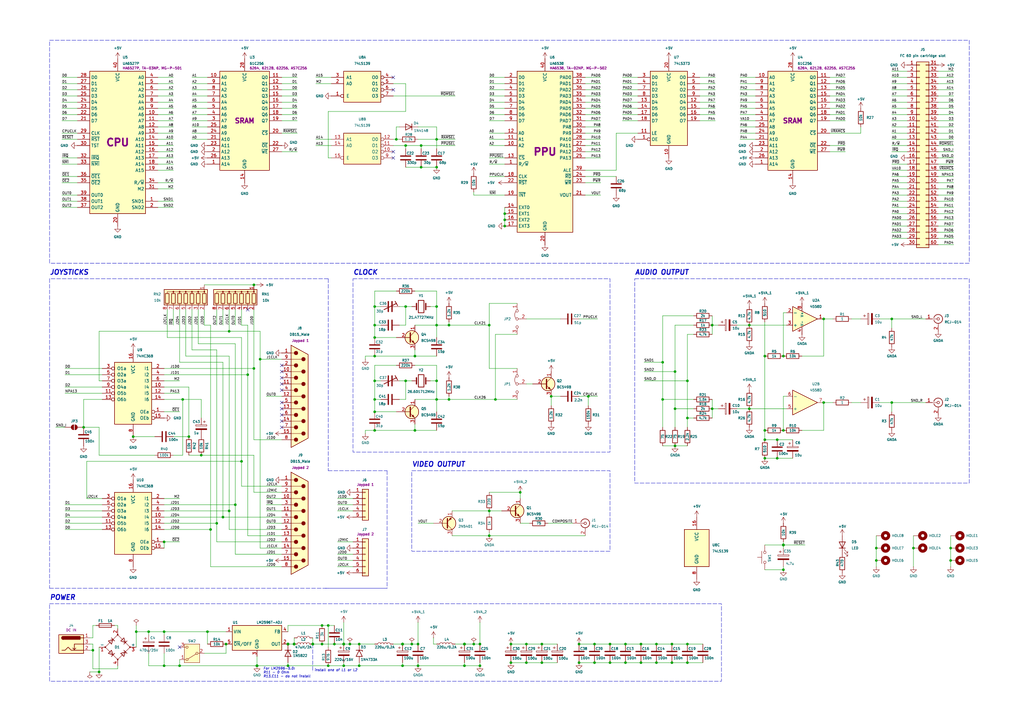
<source format=kicad_sch>
(kicad_sch (version 20231120) (generator "eeschema") (generator_version "8.0")
  (paper "A3")
  (title_block (title "Dendy") (date "2024-03-31") (rev "A1") (company "Eugene Lozovoy") (comment 1 "Based on original Famicom and HardWareMan, megawalkman, HotPixel schematics") (comment 2 "Famicom/NES clone"))
  (junction (at 77.47 179.07))
  (junction (at 337.82 130.81))
  (junction (at 226.06 162.56))
  (junction (at 222.25 264.16))
  (junction (at 179.07 125.73))
  (junction (at 200.66 133.35))
  (junction (at 250.19 264.16))
  (junction (at 147.32 273.05))
  (junction (at 292.1 133.35))
  (junction (at 237.49 264.16))
  (junction (at 179.07 156.21))
  (junction (at 200.66 219.71))
  (junction (at 359.41 224.79))
  (junction (at 172.72 68.58))
  (junction (at 318.77 187.96))
  (junction (at 281.94 171.45))
  (junction (at 82.55 186.69))
  (junction (at 271.78 163.83))
  (junction (at 132.08 264.16))
  (junction (at 153.67 125.73))
  (junction (at 99.06 189.23))
  (junction (at 171.45 264.16))
  (junction (at 153.67 146.05))
  (junction (at 147.32 264.16))
  (junction (at 172.72 59.69))
  (junction (at 166.37 59.69))
  (junction (at 196.85 273.05))
  (junction (at 93.98 135.89))
  (junction (at 132.08 256.54))
  (junction (at 209.55 271.78))
  (junction (at 374.65 224.79))
  (junction (at 256.54 271.78))
  (junction (at 215.9 271.78))
  (junction (at 165.1 264.16) (diameter 1.016))
  (junction (at 243.84 271.78))
  (junction (at 241.3 162.56))
  (junction (at 105.41 273.05) (diameter 1.016))
  (junction (at 359.41 229.87))
  (junction (at 179.07 133.35))
  (junction (at 153.67 163.83))
  (junction (at 91.44 212.09))
  (junction (at 168.91 264.16))
  (junction (at 118.11 273.05))
  (junction (at 222.25 271.78))
  (junction (at 313.69 187.96))
  (junction (at 67.31 273.05))
  (junction (at 96.52 207.01))
  (junction (at 153.67 168.91))
  (junction (at 134.62 256.54))
  (junction (at 365.76 165.1))
  (junction (at 200.66 209.55))
  (junction (at 179.07 57.15))
  (junction (at 207.01 92.71))
  (junction (at 153.67 138.43))
  (junction (at 203.2 163.83))
  (junction (at 166.37 156.21))
  (junction (at 101.6 153.67))
  (junction (at 104.14 151.13))
  (junction (at 162.56 57.15))
  (junction (at 67.31 222.25))
  (junction (at 337.82 165.1))
  (junction (at 137.16 264.16))
  (junction (at 250.19 271.78))
  (junction (at 143.51 264.16))
  (junction (at 184.15 163.83))
  (junction (at 213.36 201.93))
  (junction (at 190.5 273.05))
  (junction (at 120.65 264.16) (diameter 1.016))
  (junction (at 237.49 271.78))
  (junction (at 170.18 176.53))
  (junction (at 74.93 163.83))
  (junction (at 134.62 273.05))
  (junction (at 38.1 266.7))
  (junction (at 153.67 176.53))
  (junction (at 165.1 273.05))
  (junction (at 118.11 264.16) (diameter 1.016))
  (junction (at 171.45 273.05))
  (junction (at 321.31 223.52) (diameter 1.016))
  (junction (at 153.67 156.21))
  (junction (at 269.24 271.78))
  (junction (at 92.71 264.16))
  (junction (at 184.15 133.35))
  (junction (at 153.67 133.35))
  (junction (at 67.31 259.08))
  (junction (at 275.59 264.16))
  (junction (at 140.97 264.16) (diameter 1.016))
  (junction (at 271.78 148.59))
  (junction (at 55.88 259.08))
  (junction (at 34.29 175.26))
  (junction (at 40.64 275.59))
  (junction (at 243.84 264.16))
  (junction (at 196.85 264.16))
  (junction (at 321.31 233.68))
  (junction (at 170.18 146.05))
  (junction (at 85.09 259.08))
  (junction (at 256.54 264.16))
  (junction (at 140.97 273.05))
  (junction (at 318.77 180.34))
  (junction (at 269.24 264.16))
  (junction (at 179.07 163.83))
  (junction (at 104.14 116.84))
  (junction (at 106.68 147.32))
  (junction (at 262.89 271.78))
  (junction (at 321.31 146.05))
  (junction (at 209.55 264.16))
  (junction (at 86.36 217.17))
  (junction (at 276.86 152.4))
  (junction (at 365.76 130.81))
  (junction (at 313.69 146.05))
  (junction (at 190.5 264.16) (diameter 1.016))
  (junction (at 307.34 167.64))
  (junction (at 313.69 176.53))
  (junction (at 128.27 264.16) (diameter 1.016))
  (junction (at 60.96 259.08))
  (junction (at 215.9 264.16))
  (junction (at 389.89 229.87))
  (junction (at 276.86 182.88))
  (junction (at 389.89 224.79))
  (junction (at 313.69 180.34))
  (junction (at 292.1 167.64))
  (junction (at 88.9 214.63))
  (junction (at 179.07 68.58))
  (junction (at 166.37 125.73))
  (junction (at 207.01 90.17))
  (junction (at 73.66 273.05))
  (junction (at 262.89 264.16))
  (junction (at 281.94 271.78))
  (junction (at 281.94 264.16))
  (junction (at 275.59 271.78))
  (junction (at 194.31 264.16))
  (junction (at 54.61 179.07))
  (junction (at 276.86 167.64))
  (junction (at 207.01 87.63))
  (junction (at 93.98 209.55))
  (junction (at 281.94 156.21))
  (junction (at 307.34 133.35))
  (junction (at 321.31 176.53))
  (no_connect (at 115.57 157.48))
  (no_connect (at 115.57 165.1))
  (no_connect (at 115.57 160.02))
  (no_connect (at 115.57 154.94))
  (no_connect (at 115.57 172.72))
  (no_connect (at 115.57 152.4))
  (no_connect (at 161.29 31.75))
  (no_connect (at 115.57 175.26))
  (no_connect (at 115.57 149.86))
  (no_connect (at 161.29 62.23))
  (no_connect (at 161.29 64.77))
  (no_connect (at 101.6 127))
  (no_connect (at 161.29 36.83))
  (no_connect (at 73.66 265.43))
  (no_connect (at 115.57 170.18))
  (no_connect (at 115.57 167.64))
  (wire (pts (xy 166.37 156.21) (xy 166.37 163.83)))
  (wire (pts (xy 292.1 137.16) (xy 292.1 133.35)))
  (wire (pts (xy 261.62 49.53) (xy 255.27 49.53)))
  (wire (pts (xy 55.88 259.08) (xy 60.96 259.08)))
  (wire (pts (xy 261.62 36.83) (xy 255.27 36.83)))
  (wire (pts (xy 293.37 46.99) (xy 287.02 46.99)))
  (wire (pts (xy 271.78 163.83) (xy 271.78 175.26)))
  (wire (pts (xy 365.76 72.39) (xy 372.11 72.39)))
  (wire (pts (xy 121.92 54.61) (xy 115.57 54.61)))
  (wire (pts (xy 73.66 270.51) (xy 73.66 273.05)))
  (wire (pts (xy 365.76 87.63) (xy 372.11 87.63)))
  (wire (pts (xy 104.14 186.69) (xy 104.14 201.93)))
  (wire (pts (xy 346.71 39.37) (xy 340.36 39.37)))
  (wire (pts (xy 71.12 54.61) (xy 64.77 54.61)))
  (wire (pts (xy 166.37 34.29) (xy 166.37 45.72)))
  (wire (pts (xy 138.43 207.01) (xy 144.78 207.01)))
  (wire (pts (xy 153.67 119.38) (xy 162.56 119.38)))
  (wire (pts (xy 218.44 157.48) (xy 215.9 157.48)))
  (wire (pts (xy 276.86 167.64) (xy 276.86 175.26)))
  (wire (pts (xy 138.43 232.41) (xy 144.78 232.41)))
  (wire (pts (xy 200.66 46.99) (xy 207.01 46.99)))
  (wire (pts (xy 303.53 46.99) (xy 309.88 46.99)))
  (wire (pts (xy 153.67 163.83) (xy 156.21 163.83)))
  (wire (pts (xy 115.57 147.32) (xy 106.68 147.32)))
  (wire (pts (xy 40.64 135.89) (xy 40.64 156.21)))
  (wire (pts (xy 73.66 127) (xy 73.66 148.59)))
  (wire (pts (xy 99.06 189.23) (xy 99.06 199.39)))
  (wire (pts (xy 22.86 175.26) (xy 26.67 175.26)))
  (wire (pts (xy 129.54 57.15) (xy 135.89 57.15)))
  (wire (pts (xy 172.72 59.69) (xy 186.69 59.69)))
  (wire (pts (xy 71.12 64.77) (xy 64.77 64.77)))
  (wire (pts (xy 161.29 264.16) (xy 165.1 264.16)))
  (wire (pts (xy 105.41 269.24) (xy 105.41 273.05)))
  (wire (pts (xy 109.22 204.47) (xy 115.57 204.47)))
  (wire (pts (xy 153.67 138.43) (xy 162.56 138.43)))
  (wire (pts (xy 153.67 133.35) (xy 156.21 133.35)))
  (wire (pts (xy 38.1 261.62) (xy 36.83 261.62)))
  (wire (pts (xy 38.1 264.16) (xy 38.1 266.7)))
  (wire (pts (xy 92.71 264.16) (xy 92.71 267.97)))
  (wire (pts (xy 200.66 151.13) (xy 212.09 151.13)))
  (wire (pts (xy 179.07 156.21) (xy 179.07 163.83)))
  (wire (pts (xy 203.2 163.83) (xy 212.09 163.83)))
  (wire (pts (xy 104.14 180.34) (xy 104.14 151.13)))
  (wire (pts (xy 25.4 82.55) (xy 31.75 82.55)))
  (wire (pts (xy 337.82 130.81) (xy 341.63 130.81)))
  (wire (pts (xy 246.38 62.23) (xy 240.03 62.23)))
  (wire (pts (xy 179.07 138.43) (xy 179.07 133.35)))
  (wire (pts (xy 109.22 209.55) (xy 115.57 209.55)))
  (wire (pts (xy 153.67 168.91) (xy 162.56 168.91)))
  (wire (pts (xy 303.53 36.83) (xy 309.88 36.83)))
  (wire (pts (xy 149.86 176.53) (xy 153.67 176.53)))
  (wire (pts (xy 365.76 62.23) (xy 372.11 62.23)))
  (wire (pts (xy 200.66 209.55) (xy 205.74 209.55)))
  (wire (pts (xy 35.56 204.47) (xy 41.91 204.47)))
  (wire (pts (xy 303.53 52.07) (xy 309.88 52.07)))
  (wire (pts (xy 153.67 156.21) (xy 153.67 149.86)))
  (wire (pts (xy 293.37 31.75) (xy 287.02 31.75)))
  (wire (pts (xy 241.3 166.37) (xy 241.3 162.56)))
  (wire (pts (xy 337.82 130.81) (xy 337.82 146.05)))
  (wire (pts (xy 118.11 264.16) (xy 120.65 264.16)))
  (wire (pts (xy 384.81 100.33) (xy 391.16 100.33)))
  (wire (pts (xy 241.3 162.56) (xy 237.49 162.56)))
  (wire (pts (xy 337.82 165.1) (xy 341.63 165.1)))
  (wire (pts (xy 293.37 41.91) (xy 287.02 41.91)))
  (wire (pts (xy 41.91 209.55) (xy 26.67 209.55)))
  (wire (pts (xy 25.4 34.29) (xy 31.75 34.29)))
  (wire (pts (xy 292.1 167.64) (xy 294.64 167.64)))
  (wire (pts (xy 60.96 259.08) (xy 60.96 260.35)))
  (wire (pts (xy 36.83 264.16) (xy 38.1 264.16)))
  (wire (pts (xy 194.31 80.01) (xy 194.31 78.74)))
  (wire (pts (xy 170.18 173.99) (xy 170.18 176.53)))
  (wire (pts (xy 179.07 57.15) (xy 179.07 60.96)))
  (wire (pts (xy 365.76 130.81) (xy 365.76 134.62)))
  (wire (pts (xy 346.71 31.75) (xy 340.36 31.75)))
  (wire (pts (xy 252.73 54.61) (xy 261.62 54.61)))
  (wire (pts (xy 41.91 212.09) (xy 26.67 212.09)))
  (wire (pts (xy 105.41 273.05) (xy 118.11 273.05)))
  (wire (pts (xy 161.29 34.29) (xy 166.37 34.29)))
  (wire (pts (xy 281.94 171.45) (xy 281.94 156.21)))
  (wire (pts (xy 179.07 57.15) (xy 186.69 57.15)))
  (wire (pts (xy 212.09 137.16) (xy 203.2 137.16)))
  (wire (pts (xy 46.99 256.54) (xy 48.26 256.54)))
  (wire (pts (xy 161.29 39.37) (xy 186.69 39.37)))
  (wire (pts (xy 243.84 271.78) (xy 250.19 271.78)))
  (wire (pts (xy 200.66 36.83) (xy 207.01 36.83)))
  (wire (pts (xy 179.07 125.73) (xy 179.07 133.35)))
  (wire (pts (xy 109.22 214.63) (xy 115.57 214.63)))
  (wire (pts (xy 292.1 129.54) (xy 292.1 133.35)))
  (wire (pts (xy 365.76 46.99) (xy 372.11 46.99)))
  (wire (pts (xy 25.4 85.09) (xy 31.75 85.09)))
  (wire (pts (xy 321.31 222.25) (xy 321.31 223.52)))
  (wire (pts (xy 171.45 255.27) (xy 171.45 264.16)))
  (wire (pts (xy 365.76 130.81) (xy 379.73 130.81)))
  (wire (pts (xy 365.76 29.21) (xy 372.11 29.21)))
  (wire (pts (xy 179.07 119.38) (xy 179.07 125.73)))
  (wire (pts (xy 246.38 49.53) (xy 240.03 49.53)))
  (wire (pts (xy 25.4 44.45) (xy 31.75 44.45)))
  (wire (pts (xy 190.5 273.05) (xy 190.5 271.78)))
  (wire (pts (xy 303.53 49.53) (xy 309.88 49.53)))
  (wire (pts (xy 237.49 271.78) (xy 243.84 271.78)))
  (wire (pts (xy 185.42 219.71) (xy 200.66 219.71)))
  (wire (pts (xy 115.57 199.39) (xy 99.06 199.39)))
  (wire (pts (xy 67.31 158.75) (xy 77.47 158.75)))
  (wire (pts (xy 292.1 163.83) (xy 292.1 167.64)))
  (wire (pts (xy 149.86 177.8) (xy 149.86 176.53)))
  (polyline (pts (xy 20.32 241.3) (xy 134.62 241.3)) (stroke (width 0) (type dash)))
  (wire (pts (xy 391.16 82.55) (xy 384.81 82.55)))
  (polyline (pts (xy 20.32 114.3) (xy 20.32 241.3)) (stroke (width 0) (type dash)))
  (wire (pts (xy 261.62 46.99) (xy 255.27 46.99)))
  (wire (pts (xy 346.71 59.69) (xy 340.36 59.69)))
  (polyline (pts (xy 134.62 114.3) (xy 20.32 114.3)) (stroke (width 0) (type dash)))
  (wire (pts (xy 170.18 146.05) (xy 179.07 146.05)))
  (wire (pts (xy 261.62 34.29) (xy 255.27 34.29)))
  (wire (pts (xy 153.67 149.86) (xy 162.56 149.86)))
  (wire (pts (xy 293.37 34.29) (xy 287.02 34.29)))
  (wire (pts (xy 149.86 146.05) (xy 153.67 146.05)))
  (wire (pts (xy 250.19 271.78) (xy 256.54 271.78)))
  (wire (pts (xy 384.81 69.85) (xy 391.16 69.85)))
  (wire (pts (xy 40.64 265.43) (xy 40.64 275.59)))
  (wire (pts (xy 91.44 133.35) (xy 91.44 127)))
  (wire (pts (xy 389.89 224.79) (xy 389.89 229.87)))
  (wire (pts (xy 40.64 175.26) (xy 40.64 186.69)))
  (wire (pts (xy 91.44 148.59) (xy 91.44 212.09)))
  (wire (pts (xy 246.38 59.69) (xy 240.03 59.69)))
  (wire (pts (xy 138.43 204.47) (xy 144.78 204.47)))
  (wire (pts (xy 118.11 273.05) (xy 134.62 273.05)))
  (wire (pts (xy 88.9 143.51) (xy 78.74 143.51)))
  (wire (pts (xy 71.12 77.47) (xy 64.77 77.47)))
  (wire (pts (xy 99.06 127) (xy 99.06 133.35)))
  (wire (pts (xy 365.76 34.29) (xy 372.11 34.29)))
  (wire (pts (xy 140.97 264.16) (xy 143.51 264.16)))
  (wire (pts (xy 271.78 148.59) (xy 271.78 163.83)))
  (wire (pts (xy 93.98 217.17) (xy 93.98 209.55)))
  (wire (pts (xy 391.16 34.29) (xy 384.81 34.29)))
  (wire (pts (xy 276.86 133.35) (xy 276.86 152.4)))
  (wire (pts (xy 109.22 207.01) (xy 115.57 207.01)))
  (wire (pts (xy 85.09 259.08) (xy 92.71 259.08)))
  (wire (pts (xy 346.71 41.91) (xy 340.36 41.91)))
  (wire (pts (xy 318.77 180.34) (xy 325.12 180.34)))
  (wire (pts (xy 68.58 138.43) (xy 99.06 138.43)))
  (wire (pts (xy 179.07 163.83) (xy 179.07 168.91)))
  (wire (pts (xy 349.25 165.1) (xy 353.06 165.1)))
  (wire (pts (xy 246.38 44.45) (xy 240.03 44.45)))
  (wire (pts (xy 384.81 97.79) (xy 391.16 97.79)))
  (wire (pts (xy 55.88 259.08) (xy 55.88 265.43)))
  (wire (pts (xy 365.76 165.1) (xy 379.73 165.1)))
  (wire (pts (xy 73.66 161.29) (xy 67.31 161.29)))
  (wire (pts (xy 140.97 273.05) (xy 147.32 273.05)))
  (wire (pts (xy 237.49 264.16) (xy 243.84 264.16)))
  (wire (pts (xy 115.57 227.33) (xy 96.52 227.33)))
  (wire (pts (xy 132.08 256.54) (xy 134.62 256.54)))
  (wire (pts (xy 321.31 224.79) (xy 321.31 223.52)))
  (wire (pts (xy 73.66 168.91) (xy 67.31 168.91)))
  (wire (pts (xy 365.76 44.45) (xy 372.11 44.45)))
  (wire (pts (xy 60.96 273.05) (xy 67.31 273.05)))
  (wire (pts (xy 71.12 133.35) (xy 71.12 127)))
  (wire (pts (xy 166.37 156.21) (xy 163.83 156.21)))
  (wire (pts (xy 384.81 92.71) (xy 391.16 92.71)))
  (wire (pts (xy 391.16 62.23) (xy 384.81 62.23)))
  (wire (pts (xy 78.74 46.99) (xy 85.09 46.99)))
  (wire (pts (xy 184.15 162.56) (xy 184.15 163.83)))
  (wire (pts (xy 161.29 57.15) (xy 162.56 57.15)))
  (wire (pts (xy 34.29 163.83) (xy 34.29 175.26)))
  (wire (pts (xy 200.66 34.29) (xy 207.01 34.29)))
  (wire (pts (xy 365.76 52.07) (xy 372.11 52.07)))
  (wire (pts (xy 92.71 267.97) (xy 83.82 267.97)))
  (wire (pts (xy 337.82 176.53) (xy 328.93 176.53)))
  (wire (pts (xy 101.6 219.71) (xy 115.57 219.71)))
  (wire (pts (xy 391.16 59.69) (xy 384.81 59.69)))
  (wire (pts (xy 41.91 217.17) (xy 26.67 217.17)))
  (wire (pts (xy 104.14 127) (xy 104.14 151.13)))
  (wire (pts (xy 121.92 46.99) (xy 115.57 46.99)))
  (wire (pts (xy 104.14 116.84) (xy 105.41 116.84)))
  (wire (pts (xy 184.15 163.83) (xy 203.2 163.83)))
  (wire (pts (xy 313.69 132.08) (xy 313.69 146.05)))
  (wire (pts (xy 313.69 180.34) (xy 318.77 180.34)))
  (wire (pts (xy 120.65 261.62) (xy 120.65 264.16)))
  (wire (pts (xy 360.68 130.81) (xy 365.76 130.81)))
  (wire (pts (xy 200.66 49.53) (xy 207.01 49.53)))
  (wire (pts (xy 115.57 217.17) (xy 93.98 217.17)))
  (wire (pts (xy 246.38 54.61) (xy 240.03 54.61)))
  (wire (pts (xy 240.03 69.85) (xy 252.73 69.85)))
  (wire (pts (xy 172.72 59.69) (xy 172.72 60.96)))
  (wire (pts (xy 71.12 49.53) (xy 64.77 49.53)))
  (wire (pts (xy 41.91 151.13) (xy 26.67 151.13)))
  (wire (pts (xy 365.76 36.83) (xy 372.11 36.83)))
  (wire (pts (xy 203.2 137.16) (xy 203.2 163.83)))
  (wire (pts (xy 313.69 233.68) (xy 321.31 233.68)))
  (wire (pts (xy 391.16 80.01) (xy 384.81 80.01)))
  (wire (pts (xy 256.54 264.16) (xy 262.89 264.16)))
  (wire (pts (xy 25.4 64.77) (xy 31.75 64.77)))
  (wire (pts (xy 207.01 67.31) (xy 200.66 67.31)))
  (wire (pts (xy 81.28 140.97) (xy 96.52 140.97)))
  (wire (pts (xy 25.4 67.31) (xy 31.75 67.31)))
  (wire (pts (xy 71.12 67.31) (xy 64.77 67.31)))
  (wire (pts (xy 179.07 133.35) (xy 184.15 133.35)))
  (wire (pts (xy 307.34 133.35) (xy 322.58 133.35)))
  (wire (pts (xy 36.83 266.7) (xy 38.1 266.7)))
  (wire (pts (xy 67.31 212.09) (xy 91.44 212.09)))
  (wire (pts (xy 293.37 44.45) (xy 287.02 44.45)))
  (wire (pts (xy 213.36 214.63) (xy 217.17 214.63)))
  (wire (pts (xy 121.92 39.37) (xy 115.57 39.37)))
  (wire (pts (xy 271.78 129.54) (xy 271.78 148.59)))
  (wire (pts (xy 365.76 31.75) (xy 372.11 31.75)))
  (wire (pts (xy 35.56 189.23) (xy 99.06 189.23)))
  (wire (pts (xy 25.4 39.37) (xy 31.75 39.37)))
  (wire (pts (xy 93.98 127) (xy 93.98 135.89)))
  (wire (pts (xy 172.72 68.58) (xy 179.07 68.58)))
  (wire (pts (xy 168.91 264.16) (xy 171.45 264.16)))
  (wire (pts (xy 365.76 85.09) (xy 372.11 85.09)))
  (wire (pts (xy 121.92 34.29) (xy 115.57 34.29)))
  (wire (pts (xy 41.91 214.63) (xy 26.67 214.63)))
  (wire (pts (xy 240.03 72.39) (xy 252.73 72.39)))
  (wire (pts (xy 313.69 187.96) (xy 318.77 187.96)))
  (wire (pts (xy 64.77 85.09) (xy 71.12 85.09)))
  (wire (pts (xy 78.74 41.91) (xy 85.09 41.91)))
  (polyline (pts (xy 134.62 193.04) (xy 158.75 193.04)) (stroke (width 0) (type dash)))
  (wire (pts (xy 307.34 167.64) (xy 322.58 167.64)))
  (wire (pts (xy 365.76 97.79) (xy 372.11 97.79)))
  (wire (pts (xy 340.36 54.61) (xy 353.06 54.61)))
  (wire (pts (xy 140.97 273.05) (xy 140.97 271.78)))
  (wire (pts (xy 67.31 267.97) (xy 67.31 273.05)))
  (wire (pts (xy 71.12 34.29) (xy 64.77 34.29)))
  (wire (pts (xy 365.76 82.55) (xy 372.11 82.55)))
  (wire (pts (xy 25.4 72.39) (xy 31.75 72.39)))
  (wire (pts (xy 359.41 224.79) (xy 359.41 229.87)))
  (wire (pts (xy 78.74 57.15) (xy 85.09 57.15)))
  (wire (pts (xy 293.37 49.53) (xy 287.02 49.53)))
  (wire (pts (xy 391.16 90.17) (xy 384.81 90.17)))
  (wire (pts (xy 271.78 163.83) (xy 284.48 163.83)))
  (wire (pts (xy 71.12 62.23) (xy 64.77 62.23)))
  (wire (pts (xy 166.37 133.35) (xy 166.37 125.73)))
  (wire (pts (xy 73.66 273.05) (xy 105.41 273.05)))
  (wire (pts (xy 281.94 171.45) (xy 284.48 171.45)))
  (wire (pts (xy 365.76 80.01) (xy 372.11 80.01)))
  (wire (pts (xy 365.76 165.1) (xy 365.76 168.91)))
  (wire (pts (xy 177.8 264.16) (xy 179.07 264.16)))
  (wire (pts (xy 67.31 207.01) (xy 96.52 207.01)))
  (wire (pts (xy 60.96 259.08) (xy 67.31 259.08)))
  (wire (pts (xy 88.9 214.63) (xy 88.9 222.25)))
  (wire (pts (xy 78.74 127) (xy 78.74 143.51)))
  (wire (pts (xy 302.26 167.64) (xy 307.34 167.64)))
  (wire (pts (xy 161.29 59.69) (xy 166.37 59.69)))
  (wire (pts (xy 200.66 44.45) (xy 207.01 44.45)))
  (wire (pts (xy 321.31 128.27) (xy 321.31 146.05)))
  (wire (pts (xy 261.62 39.37) (xy 255.27 39.37)))
  (wire (pts (xy 85.09 259.08) (xy 85.09 264.16)))
  (wire (pts (xy 165.1 273.05) (xy 165.1 271.78)))
  (wire (pts (xy 93.98 146.05) (xy 76.2 146.05)))
  (wire (pts (xy 91.44 148.59) (xy 73.66 148.59)))
  (wire (pts (xy 25.4 74.93) (xy 31.75 74.93)))
  (wire (pts (xy 41.91 163.83) (xy 34.29 163.83)))
  (wire (pts (xy 391.16 57.15) (xy 384.81 57.15)))
  (wire (pts (xy 245.11 162.56) (xy 241.3 162.56)))
  (wire (pts (xy 212.09 124.46) (xy 200.66 124.46)))
  (wire (pts (xy 163.83 125.73) (xy 166.37 125.73)))
  (wire (pts (xy 166.37 68.58) (xy 172.72 68.58)))
  (wire (pts (xy 88.9 143.51) (xy 88.9 214.63)))
  (wire (pts (xy 313.69 176.53) (xy 313.69 180.34)))
  (wire (pts (xy 346.71 49.53) (xy 340.36 49.53)))
  (wire (pts (xy 71.12 41.91) (xy 64.77 41.91)))
  (wire (pts (xy 271.78 182.88) (xy 276.86 182.88)))
  (wire (pts (xy 281.94 271.78) (xy 288.29 271.78)))
  (wire (pts (xy 391.16 49.53) (xy 384.81 49.53)))
  (wire (pts (xy 86.36 217.17) (xy 86.36 232.41)))
  (wire (pts (xy 166.37 45.72) (xy 134.62 45.72)))
  (wire (pts (xy 391.16 46.99) (xy 384.81 46.99)))
  (wire (pts (xy 330.2 223.52) (xy 321.31 223.52)))
  (wire (pts (xy 391.16 52.07) (xy 384.81 52.07)))
  (wire (pts (xy 391.16 67.31) (xy 384.81 67.31)))
  (wire (pts (xy 365.76 95.25) (xy 372.11 95.25)))
  (wire (pts (xy 71.12 44.45) (xy 64.77 44.45)))
  (wire (pts (xy 243.84 264.16) (xy 250.19 264.16)))
  (wire (pts (xy 147.32 264.16) (xy 153.67 264.16)))
  (wire (pts (xy 40.64 156.21) (xy 41.91 156.21)))
  (wire (pts (xy 55.88 256.54) (xy 55.88 259.08)))
  (wire (pts (xy 115.57 62.23) (xy 121.92 62.23)))
  (wire (pts (xy 153.67 146.05) (xy 170.18 146.05)))
  (wire (pts (xy 170.18 163.83) (xy 179.07 163.83)))
  (wire (pts (xy 41.91 161.29) (xy 26.67 161.29)))
  (wire (pts (xy 71.12 52.07) (xy 64.77 52.07)))
  (wire (pts (xy 391.16 29.21) (xy 384.81 29.21)))
  (wire (pts (xy 67.31 259.08) (xy 85.09 259.08)))
  (wire (pts (xy 71.12 69.85) (xy 64.77 69.85)))
  (wire (pts (xy 353.06 52.07) (xy 353.06 54.61)))
  (wire (pts (xy 184.15 133.35) (xy 184.15 132.08)))
  (wire (pts (xy 215.9 271.78) (xy 222.25 271.78)))
  (wire (pts (xy 262.89 264.16) (xy 269.24 264.16)))
  (wire (pts (xy 261.62 44.45) (xy 255.27 44.45)))
  (wire (pts (xy 200.66 124.46) (xy 200.66 133.35)))
  (wire (pts (xy 93.98 146.05) (xy 93.98 209.55)))
  (wire (pts (xy 321.31 162.56) (xy 321.31 176.53)))
  (wire (pts (xy 313.69 146.05) (xy 313.69 176.53)))
  (wire (pts (xy 83.82 127) (xy 83.82 133.35)))
  (wire (pts (xy 78.74 54.61) (xy 85.09 54.61)))
  (wire (pts (xy 293.37 39.37) (xy 287.02 39.37)))
  (wire (pts (xy 71.12 59.69) (xy 64.77 59.69)))
  (wire (pts (xy 384.81 95.25) (xy 391.16 95.25)))
  (wire (pts (xy 246.38 41.91) (xy 240.03 41.91)))
  (wire (pts (xy 41.91 207.01) (xy 26.67 207.01)))
  (wire (pts (xy 374.65 224.79) (xy 374.65 232.41)))
  (wire (pts (xy 200.66 54.61) (xy 207.01 54.61)))
  (wire (pts (xy 200.66 210.82) (xy 200.66 209.55)))
  (wire (pts (xy 365.76 41.91) (xy 372.11 41.91)))
  (wire (pts (xy 200.66 64.77) (xy 207.01 64.77)))
  (wire (pts (xy 134.62 273.05) (xy 140.97 273.05)))
  (wire (pts (xy 41.91 153.67) (xy 26.67 153.67)))
  (wire (pts (xy 207.01 90.17) (xy 207.01 92.71)))
  (wire (pts (xy 121.92 36.83) (xy 115.57 36.83)))
  (wire (pts (xy 337.82 165.1) (xy 337.82 176.53)))
  (wire (pts (xy 322.58 162.56) (xy 321.31 162.56)))
  (wire (pts (xy 168.91 156.21) (xy 166.37 156.21)))
  (wire (pts (xy 83.82 133.35) (xy 86.36 133.35)))
  (wire (pts (xy 93.98 135.89) (xy 106.68 135.89)))
  (wire (pts (xy 200.66 39.37) (xy 207.01 39.37)))
  (wire (pts (xy 246.38 36.83) (xy 240.03 36.83)))
  (wire (pts (xy 134.62 256.54) (xy 134.62 265.43)))
  (wire (pts (xy 81.28 127) (xy 81.28 140.97)))
  (wire (pts (xy 88.9 133.35) (xy 88.9 127)))
  (wire (pts (xy 67.31 222.25) (xy 67.31 224.79)))
  (wire (pts (xy 292.1 133.35) (xy 294.64 133.35)))
  (wire (pts (xy 153.67 125.73) (xy 156.21 125.73)))
  (wire (pts (xy 149.86 147.32) (xy 149.86 146.05)))
  (wire (pts (xy 25.4 80.01) (xy 31.75 80.01)))
  (wire (pts (xy 153.67 125.73) (xy 153.67 133.35)))
  (wire (pts (xy 78.74 34.29) (xy 85.09 34.29)))
  (wire (pts (xy 222.25 271.78) (xy 228.6 271.78)))
  (wire (pts (xy 170.18 119.38) (xy 179.07 119.38)))
  (wire (pts (xy 82.55 171.45) (xy 82.55 163.83)))
  (wire (pts (xy 78.74 39.37) (xy 85.09 39.37)))
  (wire (pts (xy 67.31 214.63) (xy 88.9 214.63)))
  (wire (pts (xy 128.27 261.62) (xy 128.27 264.16)))
  (wire (pts (xy 391.16 77.47) (xy 384.81 77.47)))
  (wire (pts (xy 246.38 31.75) (xy 240.03 31.75)))
  (wire (pts (xy 73.66 222.25) (xy 67.31 222.25)))
  (wire (pts (xy 138.43 209.55) (xy 144.78 209.55)))
  (wire (pts (xy 106.68 147.32) (xy 106.68 224.79)))
  (wire (pts (xy 318.77 187.96) (xy 325.12 187.96)))
  (wire (pts (xy 200.66 57.15) (xy 207.01 57.15)))
  (wire (pts (xy 194.31 80.01) (xy 207.01 80.01)))
  (wire (pts (xy 346.71 62.23) (xy 340.36 62.23)))
  (polyline (pts (xy 134.62 114.3) (xy 134.62 193.04)) (stroke (width 0) (type dash)))
  (wire (pts (xy 86.36 133.35) (xy 86.36 217.17)))
  (wire (pts (xy 171.45 273.05) (xy 190.5 273.05)))
  (wire (pts (xy 118.11 256.54) (xy 132.08 256.54)))
  (wire (pts (xy 48.26 273.05) (xy 48.26 274.32)))
  (wire (pts (xy 200.66 41.91) (xy 207.01 41.91)))
  (wire (pts (xy 138.43 229.87) (xy 144.78 229.87)))
  (wire (pts (xy 250.19 264.16) (xy 256.54 264.16)))
  (wire (pts (xy 276.86 167.64) (xy 276.86 152.4)))
  (wire (pts (xy 25.4 41.91) (xy 31.75 41.91)))
  (wire (pts (xy 226.06 162.56) (xy 229.87 162.56)))
  (wire (pts (xy 156.21 156.21) (xy 153.67 156.21)))
  (wire (pts (xy 246.38 80.01) (xy 240.03 80.01)))
  (wire (pts (xy 346.71 36.83) (xy 340.36 36.83)))
  (wire (pts (xy 147.32 273.05) (xy 147.32 271.78)))
  (wire (pts (xy 162.56 57.15) (xy 163.83 57.15)))
  (wire (pts (xy 67.31 217.17) (xy 86.36 217.17)))
  (wire (pts (xy 275.59 264.16) (xy 281.94 264.16)))
  (wire (pts (xy 365.76 77.47) (xy 372.11 77.47)))
  (wire (pts (xy 166.37 59.69) (xy 172.72 59.69)))
  (wire (pts (xy 25.4 54.61) (xy 31.75 54.61)))
  (wire (pts (xy 121.92 41.91) (xy 115.57 41.91)))
  (wire (pts (xy 246.38 74.93) (xy 240.03 74.93)))
  (wire (pts (xy 391.16 41.91) (xy 384.81 41.91)))
  (wire (pts (xy 200.66 201.93) (xy 213.36 201.93)))
  (wire (pts (xy 115.57 232.41) (xy 86.36 232.41)))
  (wire (pts (xy 359.41 219.71) (xy 359.41 224.79)))
  (wire (pts (xy 71.12 179.07) (xy 77.47 179.07)))
  (wire (pts (xy 25.4 46.99) (xy 31.75 46.99)))
  (wire (pts (xy 346.71 46.99) (xy 340.36 46.99)))
  (wire (pts (xy 176.53 156.21) (xy 179.07 156.21)))
  (wire (pts (xy 234.95 214.63) (xy 224.79 214.63)))
  (wire (pts (xy 40.64 135.89) (xy 93.98 135.89)))
  (wire (pts (xy 36.83 275.59) (xy 40.64 275.59)))
  (wire (pts (xy 261.62 31.75) (xy 255.27 31.75)))
  (wire (pts (xy 140.97 255.27) (xy 140.97 264.16)))
  (wire (pts (xy 303.53 57.15) (xy 309.88 57.15)))
  (wire (pts (xy 365.76 67.31) (xy 372.11 67.31)))
  (wire (pts (xy 264.16 156.21) (xy 281.94 156.21)))
  (wire (pts (xy 365.76 90.17) (xy 372.11 90.17)))
  (wire (pts (xy 78.74 49.53) (xy 85.09 49.53)))
  (wire (pts (xy 313.69 223.52) (xy 321.31 223.52)))
  (wire (pts (xy 269.24 264.16) (xy 275.59 264.16)))
  (wire (pts (xy 171.45 57.15) (xy 179.07 57.15)))
  (wire (pts (xy 38.1 274.32) (xy 48.26 274.32)))
  (wire (pts (xy 284.48 137.16) (xy 281.94 137.16)))
  (wire (pts (xy 143.51 264.16) (xy 147.32 264.16)))
  (wire (pts (xy 121.92 44.45) (xy 115.57 44.45)))
  (wire (pts (xy 365.76 92.71) (xy 372.11 92.71)))
  (wire (pts (xy 365.76 54.61) (xy 372.11 54.61)))
  (wire (pts (xy 25.4 31.75) (xy 31.75 31.75)))
  (wire (pts (xy 99.06 133.35) (xy 101.6 133.35)))
  (wire (pts (xy 200.66 219.71) (xy 240.03 219.71)))
  (wire (pts (xy 166.37 59.69) (xy 166.37 60.96)))
  (wire (pts (xy 200.66 218.44) (xy 200.66 219.71)))
  (wire (pts (xy 391.16 64.77) (xy 384.81 64.77)))
  (wire (pts (xy 246.38 39.37) (xy 240.03 39.37)))
  (wire (pts (xy 246.38 64.77) (xy 240.03 64.77)))
  (polyline (pts (xy 158.75 241.3) (xy 133.35 241.3)))
  (wire (pts (xy 153.67 156.21) (xy 153.67 163.83)))
  (wire (pts (xy 171.45 273.05) (xy 171.45 271.78)))
  (wire (pts (xy 71.12 36.83) (xy 64.77 36.83)))
  (wire (pts (xy 138.43 227.33) (xy 144.78 227.33)))
  (wire (pts (xy 303.53 41.91) (xy 309.88 41.91)))
  (wire (pts (xy 132.08 264.16) (xy 137.16 264.16)))
  (wire (pts (xy 303.53 44.45) (xy 309.88 44.45)))
  (wire (pts (xy 246.38 46.99) (xy 240.03 46.99)))
  (wire (pts (xy 391.16 39.37) (xy 384.81 39.37)))
  (wire (pts (xy 162.56 57.15) (xy 162.56 52.07)))
  (wire (pts (xy 246.38 34.29) (xy 240.03 34.29)))
  (wire (pts (xy 269.24 271.78) (xy 275.59 271.78)))
  (wire (pts (xy 346.71 34.29) (xy 340.36 34.29)))
  (wire (pts (xy 129.54 34.29) (xy 135.89 34.29)))
  (wire (pts (xy 179.07 149.86) (xy 179.07 156.21)))
  (wire (pts (xy 346.71 44.45) (xy 340.36 44.45)))
  (wire (pts (xy 374.65 224.79) (xy 374.65 219.71)))
  (wire (pts (xy 303.53 54.61) (xy 309.88 54.61)))
  (wire (pts (xy 35.56 189.23) (xy 35.56 204.47)))
  (wire (pts (xy 391.16 54.61) (xy 384.81 54.61)))
  (wire (pts (xy 303.53 34.29) (xy 309.88 34.29)))
  (wire (pts (xy 134.62 256.54) (xy 137.16 256.54)))
  (wire (pts (xy 129.54 31.75) (xy 135.89 31.75)))
  (wire (pts (xy 68.58 127) (xy 68.58 138.43)))
  (wire (pts (xy 60.96 267.97) (xy 60.96 273.05)))
  (wire (pts (xy 194.31 264.16) (xy 196.85 264.16)))
  (wire (pts (xy 74.93 163.83) (xy 74.93 186.69)))
  (wire (pts (xy 38.1 256.54) (xy 39.37 256.54)))
  (wire (pts (xy 128.27 264.16) (xy 132.08 264.16)))
  (wire (pts (xy 67.31 153.67) (xy 101.6 153.67)))
  (wire (pts (xy 389.89 229.87) (xy 389.89 232.41)))
  (wire (pts (xy 365.76 49.53) (xy 372.11 49.53)))
  (wire (pts (xy 207.01 85.09) (xy 207.01 87.63)))
  (wire (pts (xy 31.75 57.15) (xy 25.4 57.15)))
  (wire (pts (xy 200.66 133.35) (xy 200.66 151.13)))
  (wire (pts (xy 170.18 133.35) (xy 179.07 133.35)))
  (wire (pts (xy 137.16 264.16) (xy 140.97 264.16)))
  (wire (pts (xy 209.55 271.78) (xy 215.9 271.78)))
  (wire (pts (xy 391.16 44.45) (xy 384.81 44.45)))
  (wire (pts (xy 302.26 133.35) (xy 307.34 133.35)))
  (wire (pts (xy 276.86 167.64) (xy 284.48 167.64)))
  (wire (pts (xy 96.52 227.33) (xy 96.52 207.01)))
  (wire (pts (xy 63.5 186.69) (xy 40.64 186.69)))
  (wire (pts (xy 78.74 31.75) (xy 85.09 31.75)))
  (wire (pts (xy 153.67 133.35) (xy 153.67 138.43)))
  (wire (pts (xy 153.67 163.83) (xy 153.67 168.91)))
  (wire (pts (xy 67.31 260.35) (xy 67.31 259.08)))
  (wire (pts (xy 275.59 271.78) (xy 281.94 271.78)))
  (wire (pts (xy 67.31 273.05) (xy 73.66 273.05)))
  (wire (pts (xy 73.66 156.21) (xy 67.31 156.21)))
  (wire (pts (xy 147.32 273.05) (xy 165.1 273.05)))
  (wire (pts (xy 391.16 74.93) (xy 384.81 74.93)))
  (wire (pts (xy 38.1 266.7) (xy 38.1 274.32)))
  (wire (pts (xy 118.11 273.05) (xy 118.11 271.78)))
  (wire (pts (xy 200.66 31.75) (xy 207.01 31.75)))
  (wire (pts (xy 166.37 125.73) (xy 168.91 125.73)))
  (wire (pts (xy 153.67 176.53) (xy 170.18 176.53)))
  (wire (pts (xy 391.16 36.83) (xy 384.81 36.83)))
  (wire (pts (xy 213.36 201.93) (xy 213.36 204.47)))
  (wire (pts (xy 40.64 175.26) (xy 34.29 175.26)))
  (wire (pts (xy 138.43 222.25) (xy 144.78 222.25)))
  (wire (pts (xy 96.52 133.35) (xy 96.52 127)))
  (wire (pts (xy 106.68 224.79) (xy 115.57 224.79)))
  (wire (pts (xy 184.15 133.35) (xy 200.66 133.35)))
  (wire (pts (xy 190.5 273.05) (xy 196.85 273.05)))
  (wire (pts (xy 264.16 148.59) (xy 271.78 148.59)))
  (wire (pts (xy 179.07 57.15) (xy 179.07 52.07)))
  (wire (pts (xy 365.76 57.15) (xy 372.11 57.15)))
  (wire (pts (xy 209.55 264.16) (xy 215.9 264.16)))
  (wire (pts (xy 391.16 72.39) (xy 384.81 72.39)))
  (wire (pts (xy 170.18 176.53) (xy 179.07 176.53)))
  (wire (pts (xy 54.61 179.07) (xy 63.5 179.07)))
  (wire (pts (xy 153.67 119.38) (xy 153.67 125.73)))
  (wire (pts (xy 215.9 264.16) (xy 222.25 264.16)))
  (wire (pts (xy 222.25 264.16) (xy 228.6 264.16)))
  (wire (pts (xy 365.76 69.85) (xy 372.11 69.85)))
  (wire (pts (xy 179.07 163.83) (xy 184.15 163.83)))
  (wire (pts (xy 322.58 128.27) (xy 321.31 128.27)))
  (wire (pts (xy 360.68 165.1) (xy 365.76 165.1)))
  (wire (pts (xy 349.25 130.81) (xy 353.06 130.81)))
  (wire (pts (xy 71.12 39.37) (xy 64.77 39.37)))
  (wire (pts (xy 115.57 212.09) (xy 91.44 212.09)))
  (wire (pts (xy 77.47 158.75) (xy 77.47 179.07)))
  (wire (pts (xy 104.14 201.93) (xy 115.57 201.93)))
  (wire (pts (xy 83.82 116.84) (xy 104.14 116.84)))
  (wire (pts (xy 64.77 82.55) (xy 71.12 82.55)))
  (wire (pts (xy 337.82 146.05) (xy 328.93 146.05)))
  (wire (pts (xy 391.16 85.09) (xy 384.81 85.09)))
  (wire (pts (xy 185.42 209.55) (xy 200.66 209.55)))
  (polyline (pts (xy 158.75 193.04) (xy 158.75 241.3)) (stroke (width 0) (type dash)))
  (wire (pts (xy 276.86 182.88) (xy 281.94 182.88)))
  (wire (pts (xy 171.45 214.63) (xy 177.8 214.63)))
  (wire (pts (xy 196.85 255.27) (xy 196.85 264.16)))
  (wire (pts (xy 246.38 52.07) (xy 240.03 52.07)))
  (wire (pts (xy 177.8 261.62) (xy 177.8 264.16)))
  (wire (pts (xy 162.56 52.07) (xy 163.83 52.07)))
  (wire (pts (xy 115.57 180.34) (xy 104.14 180.34)))
  (wire (pts (xy 67.31 151.13) (xy 104.14 151.13)))
  (wire (pts (xy 292.1 171.45) (xy 292.1 167.64)))
  (wire (pts (xy 71.12 31.75) (xy 64.77 31.75)))
  (wire (pts (xy 170.18 146.05) (xy 170.18 143.51)))
  (wire (pts (xy 74.93 163.83) (xy 82.55 163.83)))
  (wire (pts (xy 109.22 162.56) (xy 115.57 162.56)))
  (wire (pts (xy 71.12 186.69) (xy 74.93 186.69)))
  (wire (pts (xy 78.74 44.45) (xy 85.09 44.45)))
  (wire (pts (xy 134.62 45.72) (xy 134.62 64.77)))
  (wire (pts (xy 293.37 36.83) (xy 287.02 36.83)))
  (wire (pts (xy 321.31 233.68) (xy 321.31 232.41)))
  (wire (pts (xy 82.55 186.69) (xy 104.14 186.69)))
  (wire (pts (xy 78.74 36.83) (xy 85.09 36.83)))
  (wire (pts (xy 129.54 59.69) (xy 135.89 59.69)))
  (wire (pts (xy 252.73 69.85) (xy 252.73 54.61)))
  (wire (pts (xy 78.74 52.07) (xy 85.09 52.07)))
  (wire (pts (xy 165.1 264.16) (xy 168.91 264.16)))
  (wire (pts (xy 246.38 57.15) (xy 240.03 57.15)))
  (wire (pts (xy 96.52 140.97) (xy 96.52 207.01)))
  (wire (pts (xy 41.91 158.75) (xy 26.67 158.75)))
  (wire (pts (xy 25.4 49.53) (xy 31.75 49.53)))
  (wire (pts (xy 67.31 209.55) (xy 93.98 209.55)))
  (wire (pts (xy 171.45 52.07) (xy 179.07 52.07)))
  (wire (pts (xy 166.37 133.35) (xy 163.83 133.35)))
  (wire (pts (xy 281.94 171.45) (xy 281.94 175.26)))
  (wire (pts (xy 200.66 59.69) (xy 207.01 59.69)))
  (wire (pts (xy 186.69 264.16) (xy 190.5 264.16)))
  (wire (pts (xy 365.76 39.37) (xy 372.11 39.37)))
  (wire (pts (xy 71.12 74.93) (xy 64.77 74.93)))
  (wire (pts (xy 67.31 163.83) (xy 74.93 163.83)))
  (wire (pts (xy 176.53 125.73) (xy 179.07 125.73)))
  (wire (pts (xy 261.62 41.91) (xy 255.27 41.91)))
  (wire (pts (xy 359.41 229.87) (xy 359.41 232.41)))
  (wire (pts (xy 389.89 219.71) (xy 389.89 224.79)))
  (wire (pts (xy 101.6 219.71) (xy 101.6 153.67)))
  (wire (pts (xy 121.92 49.53) (xy 115.57 49.53)))
  (wire (pts (xy 101.6 133.35) (xy 101.6 153.67)))
  (wire (pts (xy 237.49 130.81) (xy 245.11 130.81)))
  (wire (pts (xy 391.16 31.75) (xy 384.81 31.75)))
  (wire (pts (xy 166.37 163.83) (xy 163.83 163.83)))
  (wire (pts (xy 262.89 271.78) (xy 269.24 271.78)))
  (wire (pts (xy 71.12 46.99) (xy 64.77 46.99)))
  (wire (pts (xy 99.06 138.43) (xy 99.06 189.23)))
  (wire (pts (xy 76.2 127) (xy 76.2 146.05)))
  (wire (pts (xy 196.85 273.05) (xy 196.85 271.78)))
  (wire (pts (xy 207.01 87.63) (xy 207.01 90.17)))
  (wire (pts (xy 48.26 256.54) (xy 48.26 257.81)))
  (wire (pts (xy 256.54 271.78) (xy 262.89 271.78)))
  (wire (pts (xy 284.48 129.54) (xy 271.78 129.54)))
  (wire (pts (xy 281.94 137.16) (xy 281.94 156.21)))
  (wire (pts (xy 88.9 222.25) (xy 115.57 222.25)))
  (wire (pts (xy 281.94 264.16) (xy 288.29 264.16)))
  (wire (pts (xy 391.16 87.63) (xy 384.81 87.63)))
  (wire (pts (xy 118.11 259.08) (xy 118.11 256.54)))
  (wire (pts (xy 264.16 152.4) (xy 276.86 152.4)))
  (wire (pts (xy 73.66 204.47) (xy 67.31 204.47)))
  (wire (pts (xy 134.62 64.77) (xy 135.89 64.77)))
  (wire (pts (xy 38.1 256.54) (xy 38.1 261.62)))
  (wire (pts (xy 303.53 39.37) (xy 309.88 39.37)))
  (wire (pts (xy 226.06 162.56) (xy 226.06 166.37)))
  (wire (pts (xy 106.68 147.32) (xy 106.68 135.89)))
  (polyline (pts (xy 128.27 264.16) (xy 128.27 275.59)) (stroke (width 0) (type dash)))
  (wire (pts (xy 25.4 36.83) (xy 31.75 36.83)))
  (wire (pts (xy 303.53 31.75) (xy 309.88 31.75)))
  (wire (pts (xy 276.86 133.35) (xy 284.48 133.35)))
  (wire (pts (xy 190.5 264.16) (xy 194.31 264.16)))
  (wire (pts (xy 121.92 31.75) (xy 115.57 31.75)))
  (wire (pts (xy 77.47 186.69) (xy 82.55 186.69)))
  (wire (pts (xy 71.12 57.15) (xy 64.77 57.15)))
  (wire (pts (xy 200.66 72.39) (xy 207.01 72.39)))
  (wire (pts (xy 170.18 149.86) (xy 179.07 149.86)))
  (wire (pts (xy 365.76 59.69) (xy 372.11 59.69)))
  (wire (pts (xy 215.9 130.81) (xy 229.87 130.81)))
  (wire (pts (xy 365.76 74.93) (xy 372.11 74.93)))
  (wire (pts (xy 165.1 273.05) (xy 171.45 273.05)))
  (rectangle (start 20.32 247.65) (end 295.91 279.4) (stroke (width 0) (type dash)))
  (rectangle (start 20.32 16.51) (end 397.51 107.95) (stroke (width 0) (type dash)))
  (rectangle (start 144.78 114.3) (end 250.19 185.42) (stroke (width 0) (type dash)))
  (rectangle (start 260.35 114.3) (end 397.51 198.12) (stroke (width 0) (type dash)))
  (rectangle (start 168.91 193.04) (end 250.19 226.06) (stroke (width 0) (type dash)))
  (text "CLOCK" (at 144.78 113.03 0) (effects (font (size 2 2) (thickness 0.4) (bold yes) (italic yes)) (justify left bottom)))
  (text "install one of L1 or L2" (at 128.905 275.59 0) (effects (font (size 0.9906 0.9906) (italic yes)) (justify left bottom)))
  (text "VIDEO OUTPUT" (at 168.91 191.77 0) (effects (font (size 2 2) (thickness 0.4) (bold yes) (italic yes)) (justify left bottom)))
  (text "POWER" (at 20.32 246.38 0) (effects (font (size 2 2) (thickness 0.4) (bold yes) (italic yes)) (justify left bottom)))
  (text "For LM2596-5.0:\nR11 - 0 Ohm\nR13,C11 - do not install\n" (at 107.95 278.13 0) (effects (font (size 0.9906 0.9906) (italic yes)) (justify left bottom)))
  (text "AUDIO OUTPUT" (at 260.35 113.03 0) (effects (font (size 2 2) (thickness 0.4) (bold yes) (italic yes)) (justify left bottom)))
  (text "JOYSTICKS" (at 20.32 113.03 0) (effects (font (size 2 2) (thickness 0.4) (bold yes) (italic yes)) (justify left bottom)))
  (label "A13" (at 391.16 34.29 180) (effects (font (size 1 1))))
  (label "PA2" (at 365.76 82.55 0) (effects (font (size 1 1))))
  (label "OUT0" (at 96.52 133.35 90) (effects (font (size 1 1))))
  (label "CPUCLK" (at 25.4 54.61 0) (effects (font (size 1 1))))
  (label "A1" (at 71.12 34.29 180) (effects (font (size 1 1))))
  (label "A11" (at 365.76 29.21 0) (effects (font (size 1 1))))
  (label "~{NMI}" (at 25.4 67.31 0) (effects (font (size 1 1))))
  (label "A13" (at 129.54 59.69 0) (effects (font (size 1 1))))
  (label "PA10" (at 246.38 57.15 180) (effects (font (size 1 1))))
  (label "PAD5" (at 391.16 97.79 180) (effects (font (size 1 1))))
  (label "D0" (at 25.4 31.75 0) (effects (font (size 1 1))))
  (label "~{OE1}" (at 73.66 168.91 180) (effects (font (size 1 1))))
  (label "A7" (at 78.74 46.99 0) (effects (font (size 1 1))))
  (label "PA9" (at 391.16 80.01 180) (effects (font (size 1 1))))
  (label "~{PWR}" (at 391.16 67.31 180) (effects (font (size 1 1))))
  (label "PA11" (at 391.16 85.09 180) (effects (font (size 1 1))))
  (label "PA0" (at 293.37 31.75 180) (effects (font (size 1 1))))
  (label "R{slash}~{W}" (at 365.76 59.69 0) (effects (font (size 1 1))))
  (label "D7" (at 121.92 49.53 180) (effects (font (size 1 1))))
  (label "SND_L" (at 378.46 130.81 180) (effects (font (size 1 1))))
  (label "A6" (at 78.74 44.45 0) (effects (font (size 1 1))))
  (label "J1D1" (at 73.66 153.67 180) (effects (font (size 0.9906 0.9906))))
  (label "PA1" (at 365.76 85.09 0) (effects (font (size 1 1))))
  (label "A5" (at 78.74 41.91 0) (effects (font (size 1 1))))
  (label "PAD3" (at 365.76 97.79 0) (effects (font (size 1 1))))
  (label "~{OE2}" (at 25.4 74.93 0) (effects (font (size 1 1))))
  (label "~{PWR}" (at 346.71 62.23 180) (effects (font (size 1 1))))
  (label "D0" (at 121.92 36.83 180) (effects (font (size 1 1))))
  (label "CPUCLK" (at 245.11 162.56 180) (effects (font (size 1 1))))
  (label "CLK21" (at 199.39 133.35 180) (effects (font (size 1 1))))
  (label "A9" (at 71.12 54.61 180) (effects (font (size 1 1))))
  (label "PAD6" (at 246.38 46.99 180) (effects (font (size 1 1))))
  (label "D4" (at 25.4 41.91 0) (effects (font (size 1 1))))
  (label "J2D2" (at 73.66 214.63 180) (effects (font (size 0.9906 0.9906))))
  (label "PA0" (at 365.76 87.63 0) (effects (font (size 1 1))))
  (label "PAD1" (at 255.27 34.29 0) (effects (font (size 1 1))))
  (label "PAD6" (at 346.71 34.29 180) (effects (font (size 1 1))))
  (label "A9" (at 78.74 49.53 0) (effects (font (size 1 1))))
  (label "M2" (at 129.54 34.29 0) (effects (font (size 1 1))))
  (label "A4" (at 71.12 41.91 180) (effects (font (size 1 1))))
  (label "OUT1" (at 25.4 82.55 0) (effects (font (size 1 1))))
  (label "J1D1" (at 109.22 219.71 0) (effects (font (size 0.9906 0.9906))))
  (label "PAD2" (at 365.76 95.25 0) (effects (font (size 1 1))))
  (label "D5" (at 25.4 44.45 0) (effects (font (size 1 1))))
  (label "D3" (at 200.66 39.37 0) (effects (font (size 1 1))))
  (label "PA6" (at 365.76 72.39 0) (effects (font (size 1 1))))
  (label "SND2" (at 71.12 85.09 180) (effects (font (size 1 1))))
  (label "SND1" (at 264.16 148.59 0) (effects (font (size 1 1))))
  (label "A6" (at 365.76 41.91 0) (effects (font (size 1 1))))
  (label "PAD2" (at 246.38 36.83 180) (effects (font (size 1 1))))
  (label "OUT0" (at 109.22 214.63 0) (effects (font (size 1 1))))
  (label "PAD0" (at 365.76 90.17 0) (effects (font (size 1 1))))
  (label "PA1" (at 303.53 34.29 0) (effects (font (size 1 1))))
  (label "~{RAMSEL}" (at 121.92 54.61 180) (effects (font (size 1 1))))
  (label "D7" (at 391.16 39.37 180) (effects (font (size 1 1))))
  (label "PA7" (at 391.16 74.93 180) (effects (font (size 1 1))))
  (label "PAD3" (at 246.38 39.37 180) (effects (font (size 1 1))))
  (label "PA4" (at 303.53 57.15 0) (effects (font (size 1 1))))
  (label "~{VRAMCS}" (at 391.16 69.85 180) (effects (font (size 1 1))))
  (label "D0" (at 200.66 31.75 0) (effects (font (size 1 1))))
  (label "PAD5" (at 246.38 44.45 180) (effects (font (size 1 1))))
  (label "PAD3" (at 255.27 39.37 0) (effects (font (size 1 1))))
  (label "PAD7" (at 391.16 92.71 180) (effects (font (size 1 1))))
  (label "PA8" (at 246.38 52.07 180) (effects (font (size 1 1))))
  (label "~{IRQ}" (at 71.12 133.35 90) (effects (font (size 1 1))))
  (label "D1" (at 26.67 207.01 0) (effects (font (size 1 1))))
  (label "PAD2" (at 255.27 36.83 0) (effects (font (size 1 1))))
  (label "D7" (at 25.4 49.53 0) (effects (font (size 1 1))))
  (label "J2MIC" (at 138.43 222.25 0) (effects (font (size 0.9906 0.9906))))
  (label "A9" (at 365.76 34.29 0) (effects (font (size 1 1))))
  (label "J2D3" (at 76.2 133.35 90) (effects (font (size 0.9906 0.9906))))
  (label "COMPOSITE" (at 234.95 214.63 180) (effects (font (size 1 1))))
  (label "OUT1" (at 109.22 209.55 0) (effects (font (size 1 1))))
  (label "J1CLK" (at 138.43 209.55 0) (effects (font (size 0.9906 0.9906))))
  (label "D1" (at 391.16 54.61 180) (effects (font (size 1 1))))
  (label "PA5" (at 293.37 46.99 180) (effects (font (size 1 1))))
  (label "PA3" (at 293.37 39.37 180) (effects (font (size 1 1))))
  (label "A3" (at 78.74 36.83 0) (effects (font (size 1 1))))
  (label "A11" (at 71.12 59.69 180) (effects (font (size 1 1))))
  (label "J2CLK" (at 138.43 232.41 0) (effects (font (size 0.9906 0.9906))))
  (label "SND_R" (at 378.46 165.1 180) (effects (font (size 1 1))))
  (label "J2D0" (at 138.43 227.33 0) (effects (font (size 0.9906 0.9906))))
  (label "PA9" (at 303.53 41.91 0) (effects (font (size 1 1))))
  (label "J2D4" (at 109.22 212.09 0) (effects (font (size 0.9906 0.9906))))
  (label "PAD1" (at 246.38 34.29 180) (effects (font (size 1 1))))
  (label "D2" (at 391.16 52.07 180) (effects (font (size 1 1))))
  (label "A0" (at 365.76 57.15 0) (effects (font (size 1 1))))
  (label "A15" (at 71.12 69.85 180) (effects (font (size 1 1))))
  (label "PAD5" (at 255.27 46.99 0) (effects (font (size 1 1))))
  (label "A14" (at 71.12 67.31 180) (effects (font (size 1 1))))
  (label "J2D2" (at 78.74 133.35 90) (effects (font (size 0.9906 0.9906))))
  (label "PAD4" (at 391.16 100.33 180) (effects (font (size 1 1))))
  (label "~{IRQ}" (at 109.22 207.01 0) (effects (font (size 1 1))))
  (label "PA5" (at 365.76 74.93 0) (effects (font (size 1 1))))
  (label "A13" (at 71.12 64.77 180) (effects (font (size 1 1))))
  (label "J1D0" (at 73.66 151.13 180) (effects (font (size 0.9906 0.9906))))
  (label "OUT2" (at 25.4 85.09 0) (effects (font (size 1 1))))
  (label "PAD3" (at 346.71 41.91 180) (effects (font (size 1 1))))
  (label "SND1" (at 71.12 82.55 180) (effects (font (size 1 1))))
  (label "PAD1" (at 346.71 46.99 180) (effects (font (size 1 1))))
  (label "OUT2" (at 109.22 204.47 0) (effects (font (size 1 1))))
  (label "D1" (at 121.92 34.29 180) (effects (font (size 1 1))))
  (label "PPUCLK" (at 245.11 130.81 180) (effects (font (size 1 1))))
  (label "A1" (at 365.76 54.61 0) (effects (font (size 1 1))))
  (label "SND_O" (at 264.16 156.21 0) (effects (font (size 1 1))))
  (label "D6" (at 391.16 41.91 180) (effects (font (size 1 1))))
  (label "PAD5" (at 346.71 36.83 180) (effects (font (size 1 1))))
  (label "A0" (at 78.74 57.15 0) (effects (font (size 1 1))))
  (label "PAD0" (at 246.38 31.75 180) (effects (font (size 1 1))))
  (label "~{ROMSEL}" (at 186.69 39.37 180) (effects (font (size 1 1))))
  (label "A12" (at 391.16 31.75 180) (effects (font (size 1 1))))
  (label "PAD4" (at 346.71 39.37 180) (effects (font (size 1 1))))
  (label "A0" (at 71.12 31.75 180) (effects (font (size 1 1))))
  (label "D4" (at 391.16 46.99 180) (effects (font (size 1 1))))
  (label "J2D0" (at 73.66 217.17 180) (effects (font (size 0.9906 0.9906))))
  (label "CLK26" (at 199.39 163.83 180) (effects (font (size 1 1))))
  (label "M2" (at 73.66 156.21 180) (effects (font (size 1 1))))
  (label "J2D1" (at 109.22 227.33 0) (effects (font (size 0.9906 0.9906))))
  (label "PA13" (at 246.38 64.77 180) (effects (font (size 1 1))))
  (label "PA0" (at 303.53 31.75 0) (effects (font (size 1 1))))
  (label "D4" (at 200.66 41.91 0) (effects (font (size 1 1))))
  (label "PA4" (at 365.76 77.47 0) (effects (font (size 1 1))))
  (label "OUT0" (at 25.4 80.01 0) (effects (font (size 1 1))))
  (label "A2" (at 200.66 59.69 0) (effects (font (size 1 1))))
  (label "~{NMI}" (at 200.66 80.01 0) (effects (font (size 1 1))))
  (label "J2D1" (at 81.28 133.35 90) (effects (font (size 0.9906 0.9906))))
  (label "PAD6" (at 255.27 44.45 0) (effects (font (size 1 1))))
  (label "OUT0" (at 109.22 162.56 0) (effects (font (size 1 1))))
  (label "~{RESET}" (at 330.2 223.52 180) (effects (font (size 1 1))))
  (label "PPUCLK" (at 200.66 72.39 0) (effects (font (size 1 1))))
  (label "A6" (at 71.12 46.99 180) (effects (font (size 1 1))))
  (label "D1" (at 26.67 153.67 0) (effects (font (size 1 1))))
  (label "PA2" (at 293.37 36.83 180) (effects (font (size 1 1))))
  (label "D6" (at 121.92 46.99 180) (effects (font (size 1 1))))
  (label "J2D2" (at 109.22 222.25 0) (effects (font (size 0.9906 0.9906))))
  (label "J2D0" (at 83.82 133.35 90) (effects (font (size 0.9906 0.9906))))
  (label "PA12" (at 391.16 87.63 180) (effects (font (size 1 1))))
  (label "D0" (at 26.67 217.17 0) (effects (font (size 1 1))))
  (label "PAD2" (at 346.71 44.45 180) (effects (font (size 1 1))))
  (label "D6" (at 25.4 46.99 0) (effects (font (size 1 1))))
  (label "A8" (at 78.74 54.61 0) (effects (font (size 1 1))))
  (label "D5" (at 391.16 44.45 180) (effects (font (size 1 1))))
  (label "R{slash}~{W}" (at 71.12 74.93 180) (effects (font (size 1 1))))
  (label "PAD7" (at 246.38 49.53 180) (effects (font (size 1 1))))
  (label "D2" (at 25.4 36.83 0) (effects (font (size 1 1))))
  (label "~{IRQ}" (at 365.76 62.23 0) (effects (font (size 1 1))))
  (label "PA3" (at 303.53 39.37 0) (effects (font (size 1 1))))
  (label "PA12" (at 246.38 62.23 180) (effects (font (size 1 1))))
  (label "OUT1" (at 91.44 133.35 90) (effects (font (size 1 1))))
  (label "~{RESET}" (at 25.4 57.15 0) (effects (font (size 1 1))))
  (label "A4" (at 365.76 46.99 0) (effects (font (size 1 1))))
  (label "A5" (at 71.12 44.45 180) (effects (font (size 1 1))))
  (label "A8" (at 71.12 52.07 180) (effects (font (size 1 1))))
  (label "PA8" (at 303.53 54.61 0) (effects (font (size 1 1))))
  (label "M2" (at 71.12 77.47 180) (effects (font (size 1 1))))
  (label "SND_O" (at 391.16 64.77 180) (effects (font (size 1 1))))
  (label "D1" (at 200.66 34.29 0) (effects (font (size 1 1))))
  (label "D2" (at 26.67 214.63 0) (effects (font (size 1 1))))
  (label "VA10" (at 365.76 69.85 0) (effects (font (size 1 1))))
  (label "D3" (at 391.16 49.53 180) (effects (font (size 1 1))))
  (label "J2D4" (at 73.66 212.09 180) (effects (font (size 0.9906 0.9906))))
  (label "PAD1" (at 365.76 92.71 0) (effects (font (size 1 1))))
  (label "~{PRD}" (at 246.38 72.39 180) (effects (font (size 1 1))))
  (label "VA10" (at 303.53 49.53 0) (effects (font (size 1 1))))
  (label "A7" (at 71.12 49.53 180) (effects (font (size 1 1))))
  (label "~{RAMSEL}" (at 186.69 57.15 180) (effects (font (size 1 1))))
  (label "~{PPUSEL}" (at 200.66 64.77 0) (effects (font (size 1 1))))
  (label "~{PRD}" (at 346.71 59.69 180) (effects (font (size 1 1))))
  (label "PA8" (at 391.16 77.47 180) (effects (font (size 1 1))))
  (label "SND2" (at 264.16 152.4 0) (effects (font (size 1 1))))
  (label "R{slash}~{W}" (at 200.66 67.31 0) (effects (font (size 1 1))))
  (label "A4" (at 78.74 39.37 0) (effects (font (size 1 1))))
  (label "D3" (at 121.92 39.37 180) (effects (font (size 1 1))))
  (label "PA6" (at 293.37 44.45 180) (effects (font (size 1 1))))
  (label "D2" (at 121.92 31.75 180) (effects (font (size 1 1))))
  (label "~{ROMSEL}" (at 391.16 59.69 180) (effects (font (size 1 1))))
  (label "PA7" (at 303.53 46.99 0) (effects (font (size 1 1))))
  (label "D0" (at 26.67 151.13 0) (effects (font (size 1 1))))
  (label "D2" (at 200.66 36.83 0) (effects (font (size 1 1))))
  (label "PAD0" (at 255.27 31.75 0) (effects (font (size 1 1))))
  (label "PA1" (at 293.37 34.29 180) (effects (font (size 1 1))))
  (label "PA9" (at 246.38 54.61 180) (effects (font (size 1 1))))
  (label "R{slash}~{W}" (at 121.92 62.23 180) (effects (font (size 1 1))))
  (label "J2D0" (at 109.22 232.41 0) (effects (font (size 0.9906 0.9906))))
  (label "M2" (at 391.16 29.21 180) (effects (font (size 1 1))))
  (label "J2CLK" (at 109.22 199.39 0) (effects (font (size 0.9906 0.9906))))
  (label "VOUT" (at 171.45 214.63 0) (effects (font (size 1 1))))
  (label "PAD4" (at 255.27 49.53 0) (effects (font (size 1 1))))
  (label "J1D1" (at 99.06 133.35 90) (effects (font (size 0.9906 0.9906))))
  (label "D3" (at 26.67 209.55 0) (effects (font (size 1 1))))
  (label "D4" (at 26.67 212.09 0) (effects (font (size 1 1))))
  (label "A2" (at 365.76 52.07 0) (effects (font (size 1 1))))
  (label "A7" (at 365.76 39.37 0) (effects (font (size 1 1))))
  (label "J2D1" (at 73.66 207.01 180) (effects (font (size 0.9906 0.9906))))
  (label "PAD7" (at 346.71 31.75 180) (effects (font (size 1 1))))
  (label "PA13" (at 391.16 90.17 180) (effects (font (size 1 1))))
  (label "~{IRQ}" (at 25.4 64.77 0) (effects (font (size 1 1))))
  (label "A1" (at 78.74 31.75 0) (effects (font (size 1 1))))
  (label "PA7" (at 293.37 41.91 180) (effects (font (size 1 1))))
  (label "PA11" (at 246.38 59.69 180) (effects (font (size 1 1))))
  (label "PA3" (at 365.76 80.01 0) (effects (font (size 1 1))))
  (label "D0" (at 391.16 57.15 180) (effects (font (size 1 1))))
  (label "A0" (at 200.66 54.61 0) (effects (font (size 1 1))))
  (label "A2" (at 78.74 34.29 0) (effects (font (size 1 1))))
  (label "A10" (at 71.12 57.15 180) (effects (font (size 1 1))))
  (label "~{OE2}" (at 73.66 222.25 180) (effects (font (size 1 1))))
  (label "J2D3" (at 73.66 209.55 180) (effects (font (size 0.9906 0.9906))))
  (label "PA5" (at 303.53 44.45 0) (effects (font (size 1 1))))
  (label "J1CLK" (at 109.22 147.32 0) (effects (font (size 0.9906 0.9906))))
  (label "D4" (at 121.92 41.91 180) (effects (font (size 1 1))))
  (label "VOUT" (at 246.38 80.01 180) (effects (font (size 1 1))))
  (label "J2MIC" (at 109.22 201.93 0) (effects (font (size 0.9906 0.9906))))
  (label "D6" (at 200.66 46.99 0) (effects (font (size 1 1))))
  (label "D2" (at 26.67 158.75 0) (effects (font (size 1 1))))
  (label "PA10" (at 391.16 82.55 180) (effects (font (size 1 1))))
  (label "A3" (at 71.12 39.37 180) (effects (font (size 1 1))))
  (label "J1D0" (at 104.14 133.35 90) (effects (font (size 0.9906 0.9906))))
  (label "SND_I" (at 22.86 175.26 0) (effects (font (size 1 1))))
  (label "PAD4" (at 246.38 41.91 180) (effects (font (size 1 1))))
  (label "PA13" (at 73.66 161.29 180) (effects (font (size 1 1))))
  (label "A15" (at 129.54 31.75 0) (effects (font (size 1 1))))
  (label "~{OE1}" (at 25.4 72.39 0) (effects (font (size 1 1))))
  (label "~{PPUSEL}" (at 186.69 59.69 180) (effects (font (size 1 1))))
  (label "A10" (at 365.76 31.75 0) (effects (font (size 1 1))))
  (label "~{VRAMCS}" (at 346.71 54.61 180) (effects (font (size 1 1))))
  (label "D3" (at 25.4 39.37 0) (effects (font (size 1 1))))
  (label "PAD0" (at 346.71 49.53 180) (effects (font (size 1 1))))
  (label "~{PRD}" (at 365.76 67.31 0) (effects (font (size 1 1))))
  (label "J1CLK" (at 109.22 224.79 0) (effects (font (size 0.9906 0.9906))))
  (label "A12" (at 71.12 62.23 180) (effects (font (size 1 1))))
  (label "OUT0" (at 138.43 207.01 0) (effects (font (size 1 1))))
  (label "PA4" (at 293.37 49.53 180) (effects (font (size 1 1))))
  (label "A14" (at 391.16 36.83 180) (effects (font (size 1 1))))
  (label "A1" (at 200.66 57.15 0) (effects (font (size 1 1))))
  (label "PAD6" (at 391.16 95.25 180) (effects (font (size 1 1))))
  (label "J1D0" (at 138.43 204.47 0) (effects (font (size 0.9906 0.9906))))
  (label "A14" (at 129.54 57.15 0) (effects (font (size 1 1))))
  (label "D7" (at 200.66 49.53 0) (effects (font (size 1 1))))
  (label "M2" (at 73.66 204.47 180) (effects (font (size 1 1))))
  (label "A3" (at 365.76 49.53 0) (effects (font (size 1 1))))
  (label "D5" (at 121.92 44.45 180) (effects (font (size 1 1))))
  (label "J2D4" (at 73.66 133.35 90) (effects (font (size 0.9906 0.9906))))
  (label "A8" (at 365.76 36.83 0) (effects (font (size 1 1))))
  (label "D1" (at 25.4 34.29 0) (effects (font (size 1 1))))
  (label "PAD7" (at 255.27 41.91 0) (effects (font (size 1 1))))
  (label "NPA13" (at 391.16 72.39 180) (effects (font (size 1 1))))
  (label "OUT0" (at 138.43 229.87 0) (effects (font (size 1 1))))
  (label "A5" (at 365.76 44.45 0) (effects (font (size 1 1))))
  (label "PA2" (at 303.53 36.83 0) (effects (font (size 1 1))))
  (label "SND_I" (at 391.16 62.23 180) (effects (font (size 1 1))))
  (label "J1CLK" (at 93.98 133.35 90) (effects (font (size 0.9906 0.9906))))
  (label "J2CLK" (at 35.56 204.47 0) (effects (font (size 0.9906 0.9906))))
  (label "J2D3" (at 109.22 217.17 0) (effects (font (size 0.9906 0.9906))))
  (label "A2" (at 71.12 36.83 180) (effects (font (size 1 1))))
  (label "~{PWR}" (at 246.38 74.93 180) (effects (font (size 1 1))))
  (label "J2CLK" (at 68.58 133.35 90) (effects (font (size 0.9906 0.9906))))
  (label "J1D0" (at 109.22 180.34 0) (effects (font (size 0.9906 0.9906))))
  (label "A10" (at 78.74 52.07 0) (effects (font (size 1 1))))
  (label "OUT2" (at 88.9 133.35 90) (effects (font (size 1 1))))
  (label "D5" (at 200.66 44.45 0) (effects (font (size 1 1))))
  (label "NPA13" (at 26.67 161.29 0) (effects (font (size 1 1))))
  (label "PA6" (at 303.53 52.07 0) (effects (font (size 1 1))))
  (symbol (lib_id "Device:R") (at 288.29 167.64 270) (mirror x) (unit 1)
    (property "Reference" "R18" (at 288.29 165.735 90) (effects (font (size 1 1))))
    (property "Value" "2k" (at 288.29 167.64 90) (effects (font (size 1 1))))
    (property "Footprint" "PCM_Resistor_THT_AKL:R_Axial_DIN0207_L6.3mm_D2.5mm_P7.62mm_Horizontal" (effects (hide yes)))
  )
  (symbol (lib_id "Device:C") (at 288.29 267.97 180) (unit 1)
    (property "Reference" "C28" (at 290.195 266.065 0) (effects (font (size 1 1))))
    (property "Value" "100n" (at 290.83 269.875 0) (effects (font (size 1 1))))
    (property "Footprint" "PCM_Capacitor_THT_AKL:C_Disc_D5.0mm_W2.5mm_P2.50mm" (effects (hide yes)))
  )
  (symbol (lib_id "Device:R") (at 288.29 137.16 270) (mirror x) (unit 1)
    (property "Reference" "R23" (at 288.29 135.255 90) (effects (font (size 1 1))))
    (property "Value" "4.7k" (at 288.29 137.16 90) (effects (font (size 1 1))))
    (property "Footprint" "PCM_Resistor_THT_AKL:R_Axial_DIN0207_L6.3mm_D2.5mm_P7.62mm_Horizontal" (effects (hide yes)))
  )
  (symbol (lib_id "Mechanical:MountingHole_Pad") (at 392.43 219.71 270) (unit 1) (in_bom no)
    (property "Reference" "HOLE1" (at 396.24 219.71 90) (effects (font (size 1 1)) (justify left)))
    (property "Value" "HOLE" (effects (hide yes)))
    (property "Footprint" "MountingHole:MountingHole_3.2mm_M3_DIN965_Pad" (effects (hide yes)))
  )
  (symbol (lib_id "Mechanical:MountingHole_Pad") (at 392.43 224.79 270) (unit 1) (in_bom no)
    (property "Reference" "HOLE3" (at 396.24 224.79 90) (effects (font (size 1 1)) (justify left)))
    (property "Value" "HOLE" (effects (hide yes)))
    (property "Footprint" "MountingHole:MountingHole_3.2mm_M3_DIN965_Pad" (effects (hide yes)))
  )
  (symbol (lib_id "Jumper:Jumper_3_Bridged12") (at 212.09 157.48 90) (mirror x) (unit 1)
    (property "Reference" "JP1" (at 209.55 157.4799 90) (effects (font (size 1 1)) (justify left)))
    (property "Value" "Jumper_3_Bridged12" (effects (hide yes)))
    (property "Footprint" "Connector_PinHeader_2.54mm:PinHeader_1x03_P2.54mm_Vertical" (effects (hide yes)))
  )
  (symbol (lib_id "Device:R") (at 307.34 129.54 0) (unit 1)
    (property "Reference" "R12" (at 304.165 129.54 0) (effects (font (size 1 1))))
    (property "Value" "4.7k" (at 307.34 129.54 90) (effects (font (size 1 1))))
    (property "Footprint" "PCM_Resistor_THT_AKL:R_Axial_DIN0207_L6.3mm_D2.5mm_P7.62mm_Horizontal" (effects (hide yes)))
  )
  (symbol (lib_id "power:GND") (at 223.52 100.33 0) (unit 1)
    (property "Reference" "#PWR0132" (effects (hide yes)))
    (property "Value" "GND" (at 223.52 104.775 0) (effects (font (size 1 1))))
    (property "Description" "Power symbol creates a global label with name \"GND\" , ground" (effects (hide yes)))
  )
  (symbol (lib_id "power:GNDA") (at 384.81 170.18 0) (unit 1)
    (property "Reference" "#PWR015" (effects (hide yes)))
    (property "Value" "GNDA" (at 384.81 173.99 0) (effects (font (size 1 1))))
    (property "Description" "Power symbol creates a global label with name \"GNDA\" , analog ground" (effects (hide yes)))
  )
  (symbol (lib_id "power:GND") (at 345.44 234.95 0) (unit 1)
    (property "Reference" "#PWR04" (effects (hide yes)))
    (property "Value" "GND" (at 345.44 238.76 0) (effects (font (size 1 1))))
    (property "Description" "Power symbol creates a global label with name \"GND\" , ground" (effects (hide yes)))
  )
  (symbol (lib_id "power:GNDA") (at 200.66 219.71 0) (unit 1)
    (property "Reference" "#PWR013" (effects (hide yes)))
    (property "Value" "GNDA" (at 200.66 223.52 0) (effects (font (size 1 1))))
    (property "Description" "Power symbol creates a global label with name \"GNDA\" , analog ground" (effects (hide yes)))
  )
  (symbol (lib_id "Connector_Generic:Conn_01x06") (at 149.86 227.33 0) (unit 1) (in_bom no)
    (property "Reference" "J7" (at 148.59 217.17 0) (effects (font (size 1 1)) (justify left)))
    (property "Value" "Conn_01x06" (effects (hide yes)))
    (property "Footprint" "Connector_Molex:Molex_KK-254_AE-6410-06A_1x06_P2.54mm_Vertical" (effects (hide yes)))
    (property "Label" "Joypad 2" (at 149.86 219.075 0) (effects (font (size 1 1))))
  )
  (symbol (lib_id "power:+5V") (at 226.06 152.4 0) (unit 1)
    (property "Reference" "#PWR0128" (effects (hide yes)))
    (property "Value" "+5V" (at 226.06 147.955 0) (effects (font (size 1 1))))
    (property "Description" "Power symbol creates a global label with name \"+5V\"" (effects (hide yes)))
  )
  (symbol (lib_id "power:+5V") (at 274.32 24.13 0) (unit 1)
    (property "Reference" "#PWR0140" (effects (hide yes)))
    (property "Value" "+5V" (at 274.32 19.685 0) (effects (font (size 1 1))))
    (property "Description" "Power symbol creates a global label with name \"+5V\"" (effects (hide yes)))
  )
  (symbol (lib_id "power:+5VA") (at 313.69 124.46 0) (unit 1)
    (property "Reference" "#PWR021" (effects (hide yes)))
    (property "Value" "+5VA_1" (at 313.69 120.142 0) (effects (font (size 1 1))))
    (property "Description" "Power symbol creates a global label with name \"+5VA\"" (effects (hide yes)))
  )
  (symbol (lib_id "Connector:DA15_Plug") (at 123.19 214.63 0) (mirror x) (unit 1)
    (property "Reference" "J9" (at 123.19 186.69 0) (effects (font (size 1 1))))
    (property "Value" "DB15_Male" (at 123.19 189.23 0) (effects (font (size 1 1))))
    (property "Footprint" "Connector_Dsub:DSUB-15_Male_Horizontal_P2.77x2.54mm_EdgePinOffset9.40mm" (effects (hide yes)))
    (property "Datasheet" " ~" (effects (hide yes)))
    (property "Description" "15-pin male plug pin D-SUB connector (low-density/2 columns)" (effects (hide yes)))
    (property "Label" "Joypad 2" (at 123.19 191.77 0) (effects (font (size 1 1))))
  )
  (symbol (lib_id "Device:R") (at 353.06 48.26 0) (mirror y) (unit 1)
    (property "Reference" "R27" (at 356.87 48.26 0) (effects (font (size 1 1))))
    (property "Value" "10k" (at 353.06 48.26 90) (effects (font (size 1 1))))
    (property "Footprint" "PCM_Resistor_THT_AKL:R_Axial_DIN0207_L6.3mm_D2.5mm_P7.62mm_Horizontal" (effects (hide yes)))
  )
  (symbol (lib_id "Connector_Generic:Conn_02x30_Top_Bottom") (at 377.19 62.23 0) (unit 1)
    (property "Reference" "J5" (at 378.46 20.32 0) (effects (font (size 1 1))))
    (property "Value" "FC 60 pin cartridge slot" (at 378.46 22.86 0) (effects (font (size 1 1))))
    (property "Footprint" "my:FC60" (effects (hide yes)))
  )
  (symbol (lib_id "power:GND") (at 209.55 271.78 0) (unit 1)
    (property "Reference" "#PWR029" (effects (hide yes)))
    (property "Value" "GND" (at 209.55 275.59 0) (effects (font (size 1 1))))
    (property "Description" "Power symbol creates a global label with name \"GND\" , ground" (effects (hide yes)))
  )
  (symbol (lib_id "PCM_Transistor_BJT_AKL:BC549B") (at 223.52 157.48 0) (unit 1)
    (property "Reference" "Q2" (at 228.346 156.21 0) (effects (font (size 1 1)) (justify left)))
    (property "Value" "BC549B" (at 228.346 158.75 0) (effects (font (size 1 1)) (justify left)))
    (property "Footprint" "PCM_Package_TO_SOT_THT_AKL:TO-92_Inline_Wide_CBE" (effects (hide yes)))
    (property "Datasheet" "https://www.tme.eu/Document/6c5d898a533a0762c2bc33eb26c283a8/BC546-550-DTE.pdf" (effects (hide yes)))
  )
  (symbol (lib_id "Connector:Conn_Coaxial") (at 240.03 214.63 0) (unit 1)
    (property "Reference" "J1" (at 242.57 213.36 0) (effects (font (size 1 1)) (justify left)))
    (property "Value" "RCJ-014" (at 242.57 215.9 0) (effects (font (size 1 1)) (justify left)))
    (property "Footprint" "my:CUI_RCJ-01X" (effects (hide yes)))
    (property "Datasheet" " ~" (effects (hide yes)))
    (property "Description" "coaxial connector (BNC, SMA, SMB, SMC, Cinch/RCA, LEMO, ...)" (effects (hide yes)))
  )
  (symbol (lib_id "Device:R") (at 321.31 218.44 0) (mirror y) (unit 1)
    (property "Reference" "R39" (at 325.12 218.44 0) (effects (font (size 1 1))))
    (property "Value" "10k" (at 321.31 218.44 90) (effects (font (size 1 1))))
    (property "Footprint" "PCM_Resistor_THT_AKL:R_Axial_DIN0207_L6.3mm_D2.5mm_P7.62mm_Horizontal" (effects (hide yes)))
  )
  (symbol (lib_id "Device:C_Polarized") (at 321.31 228.6 0) (unit 1)
    (property "Reference" "C35" (at 324.485 226.06 0) (effects (font (size 1 1)) (justify right)))
    (property "Value" "4.7u" (at 325.755 231.14 0) (effects (font (size 1 1)) (justify right)))
    (property "Footprint" "PCM_Capacitor_THT_AKL:CP_Radial_D4.0mm_P2.00mm" (effects (hide yes)))
  )
  (symbol (lib_id "power:GND") (at 309.88 67.31 270) (unit 1)
    (property "Reference" "#PWR041" (effects (hide yes)))
    (property "Value" "GND" (at 306.07 67.31 90) (effects (font (size 1 1)) (justify right)))
    (property "Description" "Power symbol creates a global label with name \"GND\" , ground" (effects (hide yes)))
  )
  (symbol (lib_id "power:GND") (at 48.26 92.71 0) (unit 1)
    (property "Reference" "#PWR0158" (effects (hide yes)))
    (property "Value" "GND" (at 48.26 97.155 0) (effects (font (size 1 1))))
    (property "Description" "Power symbol creates a global label with name \"GND\" , ground" (effects (hide yes)))
  )
  (symbol (lib_id "power:GND") (at 85.09 62.23 270) (unit 1)
    (property "Reference" "#PWR036" (effects (hide yes)))
    (property "Value" "GND" (at 81.28 62.23 90) (effects (font (size 1 1)) (justify right)))
    (property "Description" "Power symbol creates a global label with name \"GND\" , ground" (effects (hide yes)))
  )
  (symbol (lib_id "Device:R") (at 200.66 205.74 0) (mirror x) (unit 1)
    (property "Reference" "R33" (at 197.485 205.74 0) (effects (font (size 1 1))))
    (property "Value" "220" (at 200.66 205.74 90) (effects (font (size 1 1))))
    (property "Footprint" "PCM_Resistor_THT_AKL:R_Axial_DIN0207_L6.3mm_D2.5mm_P7.62mm_Horizontal" (effects (hide yes)))
  )
  (symbol (lib_id "74xx:74LS373") (at 274.32 44.45 0) (unit 1)
    (property "Reference" "U7" (at 276.3394 23.495 0) (effects (font (size 1 1)) (justify left)))
    (property "Value" "74LS373" (at 276.3394 26.035 0) (effects (font (size 1 1)) (justify left)))
    (property "Footprint" "PCM_Package_DIP_AKL:DIP-20_W7.62mm" (effects (hide yes)))
    (property "Datasheet" "http://www.ti.com/lit/gpn/sn74LS373" (effects (hide yes)))
  )
  (symbol (lib_id "power:GND") (at 309.88 59.69 270) (unit 1)
    (property "Reference" "#PWR038" (effects (hide yes)))
    (property "Value" "GND" (at 306.07 59.69 90) (effects (font (size 1 1)) (justify right)))
    (property "Description" "Power symbol creates a global label with name \"GND\" , ground" (effects (hide yes)))
  )
  (symbol (lib_id "power:+5V") (at 237.49 264.16 0) (unit 1)
    (property "Reference" "#PWR0105" (effects (hide yes)))
    (property "Value" "+5V" (at 237.49 259.715 0) (effects (font (size 1 1))))
    (property "Description" "Power symbol creates a global label with name \"+5V\"" (effects (hide yes)))
  )
  (symbol (lib_id "power:+5VA") (at 196.85 255.27 0) (unit 1)
    (property "Reference" "#PWR020" (effects (hide yes)))
    (property "Value" "+5VA_2" (at 196.85 250.952 0) (effects (font (size 1 1))))
    (property "Description" "Power symbol creates a global label with name \"+5VA\"" (effects (hide yes)))
  )
  (symbol (lib_id "power:+5V") (at 115.57 229.87 90) (mirror x) (unit 1)
    (property "Reference" "#PWR0161" (effects (hide yes)))
    (property "Value" "+5V" (at 110.49 229.87 90) (effects (font (size 1 1))))
    (property "Description" "Power symbol creates a global label with name \"+5V\"" (effects (hide yes)))
  )
  (symbol (lib_id "Switch:SW_SPDT") (at 78.74 267.97 180) (unit 1)
    (property "Reference" "SW2" (at 78.74 262.89 0) (effects (font (size 1 1))))
    (property "Value" "SW_SPDT" (effects (hide yes)))
    (property "Footprint" "my:FC_Power_Switch_Universal" (effects (hide yes)))
    (property "Description" "Switch, single pole double throw" (effects (hide yes)))
  )
  (symbol (lib_id "PCM_Amplifier_Operational_AKL:MC1458P") (at 328.93 130.81 0) (unit 1)
    (property "Reference" "U2" (at 334.645 123.19 0) (effects (font (size 1 1))))
    (property "Value" "4558D" (at 334.645 125.73 0) (effects (font (size 1 1))))
    (property "Footprint" "PCM_Package_DIP_AKL:DIP-8_W7.62mm_LongPads" (effects (hide yes)))
    (property "Datasheet" "https://www.ti.com/lit/ds/symlink/mc1458.pdf?ts=1631043877656&ref_url=https%253A%252F%252Fwww.google.com%252F" (effects (hide yes)))
  )
  (symbol (lib_id "Device:C") (at 153.67 172.72 180) (unit 1)
    (property "Reference" "C40" (at 155.575 170.815 0) (effects (font (size 1 1))))
    (property "Value" "31p" (at 155.575 174.625 0) (effects (font (size 1 1))))
    (property "Footprint" "PCM_Capacitor_THT_AKL:C_Disc_D5.0mm_W2.5mm_P2.50mm" (effects (hide yes)))
  )
  (symbol (lib_id "Connector:Barrel_Jack_Switch") (at 29.21 264.16 0) (unit 1)
    (property "Reference" "J4" (at 29.21 256.54 0) (effects (font (size 1 1))))
    (property "Value" "DS-210" (effects (hide yes)))
    (property "Footprint" "Connector_BarrelJack:BarrelJack_Horizontal" (effects (hide yes)))
    (property "Desc" "DC IN" (at 29.21 258.445 0) (effects (font (size 0.9906 0.9906))))
  )
  (symbol (lib_id "Device:R") (at 313.69 184.15 0) (unit 1)
    (property "Reference" "R7" (at 310.515 184.15 0) (effects (font (size 1 1))))
    (property "Value" "510" (at 313.69 184.15 90) (effects (font (size 1 1))))
    (property "Footprint" "PCM_Resistor_THT_AKL:R_Axial_DIN0207_L6.3mm_D2.5mm_P7.62mm_Horizontal" (effects (hide yes)))
  )
  (symbol (lib_id "Device:R") (at 77.47 182.88 180) (unit 1)
    (property "Reference" "R42" (at 79.756 182.88 90) (effects (font (size 1 1))))
    (property "Value" "10k" (at 77.47 182.88 90) (effects (font (size 1 1))))
    (property "Footprint" "PCM_Resistor_THT_AKL:R_Axial_DIN0207_L6.3mm_D2.5mm_P7.62mm_Horizontal" (effects (hide yes)))
  )
  (symbol (lib_id "Jumper:Jumper_3_Bridged12") (at 212.09 130.81 90) (mirror x) (unit 1)
    (property "Reference" "JP2" (at 209.55 130.8099 90) (effects (font (size 1 1)) (justify left)))
    (property "Value" "Jumper_3_Bridged12" (effects (hide yes)))
    (property "Footprint" "Connector_PinHeader_2.54mm:PinHeader_1x03_P2.54mm_Vertical" (effects (hide yes)))
  )
  (symbol (lib_id "Device:R") (at 167.64 57.15 270) (unit 1)
    (property "Reference" "R28" (at 167.64 55.245 90) (effects (font (size 1 1))))
    (property "Value" "1.2k" (at 167.64 57.15 90) (effects (font (size 1 1))))
    (property "Footprint" "PCM_Resistor_THT_AKL:R_Axial_DIN0207_L6.3mm_D2.5mm_P7.62mm_Horizontal" (effects (hide yes)))
  )
  (symbol (lib_id "Device:C_Polarized") (at 325.12 184.15 0) (unit 1)
    (property "Reference" "C6" (at 328.295 181.61 0) (effects (font (size 1 1)) (justify right)))
    (property "Value" "10u" (at 328.93 186.69 0) (effects (font (size 1 1)) (justify right)))
    (property "Footprint" "PCM_Capacitor_THT_AKL:CP_Radial_D4.0mm_P2.00mm" (effects (hide yes)))
  )
  (symbol (lib_id "Device:C_Polarized") (at 356.87 165.1 90) (mirror x) (unit 1)
    (property "Reference" "C1" (at 358.775 163.83 90) (effects (font (size 1 1)) (justify right)))
    (property "Value" "10u" (at 358.775 166.37 90) (effects (font (size 1 1)) (justify right)))
    (property "Footprint" "PCM_Capacitor_THT_AKL:CP_Radial_D4.0mm_P2.00mm" (effects (hide yes)))
  )
  (symbol (lib_id "Device:C") (at 237.49 267.97 180) (unit 1)
    (property "Reference" "C38" (at 239.395 266.065 0) (effects (font (size 1 1))))
    (property "Value" "100n" (at 240.03 269.875 0) (effects (font (size 1 1))))
    (property "Footprint" "PCM_Capacitor_THT_AKL:C_Disc_D5.0mm_W2.5mm_P2.50mm" (effects (hide yes)))
  )
  (symbol (lib_id "74xx:74LS368") (at 54.61 161.29 0) (mirror y) (unit 1)
    (property "Reference" "U9" (at 58.42 143.51 0) (effects (font (size 1 1)) (justify left)))
    (property "Value" "74HC368" (at 62.865 146.05 0) (effects (font (size 1 1)) (justify left)))
    (property "Footprint" "PCM_Package_DIP_AKL:DIP-16_W7.62mm" (effects (hide yes)))
    (property "Datasheet" "http://www.ti.com/lit/gpn/sn74LS368" (effects (hide yes)))
  )
  (symbol (lib_id "power:+5V") (at 115.57 177.8 90) (mirror x) (unit 1)
    (property "Reference" "#PWR0152" (effects (hide yes)))
    (property "Value" "+5V" (at 110.49 177.8 90) (effects (font (size 1 1))))
    (property "Description" "Power symbol creates a global label with name \"+5V\"" (effects (hide yes)))
  )
  (symbol (lib_id "Device:R") (at 88.9 264.16 270) (unit 1)
    (property "Reference" "R14" (at 88.9 262.255 90) (effects (font (size 1 1))))
    (property "Value" "10k" (at 88.9 264.16 90) (effects (font (size 1 1))))
    (property "Footprint" "PCM_Resistor_THT_AKL:R_Axial_DIN0207_L6.3mm_D2.5mm_P7.62mm_Horizontal" (effects (hide yes)))
  )
  (symbol (lib_id "power:+5V") (at 353.06 44.45 0) (mirror y) (unit 1)
    (property "Reference" "#PWR027" (effects (hide yes)))
    (property "Value" "+5V" (at 353.06 40.64 0) (effects (font (size 1 1))))
    (property "Description" "Power symbol creates a global label with name \"+5V\"" (effects (hide yes)))
  )
  (symbol (lib_id "power:GNDA") (at 307.34 140.97 0) (unit 1)
    (property "Reference" "#PWR07" (effects (hide yes)))
    (property "Value" "GNDA" (at 307.34 144.78 0) (effects (font (size 1 1))))
    (property "Description" "Power symbol creates a global label with name \"GNDA\" , analog ground" (effects (hide yes)))
  )
  (symbol (lib_id "Device:C") (at 196.85 267.97 180) (unit 1)
    (property "Reference" "C25" (at 198.755 266.065 0) (effects (font (size 1 1))))
    (property "Value" "100n" (at 199.39 269.875 0) (effects (font (size 1 1))))
    (property "Footprint" "PCM_Capacitor_THT_AKL:C_Disc_D5.0mm_W2.5mm_P2.50mm" (effects (hide yes)))
  )
  (symbol (lib_id "Mechanical:MountingHole_Pad") (at 361.95 224.79 270) (unit 1) (in_bom no)
    (property "Reference" "HOLE7" (at 365.76 224.79 90) (effects (font (size 1 1)) (justify left)))
    (property "Value" "HOLE" (effects (hide yes)))
    (property "Footprint" "MountingHole:MountingHole_4mm_Pad_Via" (effects (hide yes)))
  )
  (symbol (lib_id "power:GND") (at 261.62 57.15 270) (unit 1)
    (property "Reference" "#PWR0138" (effects (hide yes)))
    (property "Value" "GND" (at 256.54 59.69 90) (effects (font (size 1 1)) (justify left)))
    (property "Description" "Power symbol creates a global label with name \"GND\" , ground" (effects (hide yes)))
  )
  (symbol (lib_id "Device:C_Polarized") (at 228.6 267.97 0) (unit 1)
    (property "Reference" "C20" (at 229.235 266.065 0) (effects (font (size 1 1)) (justify left)))
    (property "Value" "100u" (at 229.108 270.002 0) (effects (font (size 1 1)) (justify left)))
    (property "Footprint" "PCM_Capacitor_THT_AKL:CP_Radial_D6.3mm_P2.50mm" (effects (hide yes)))
  )
  (symbol (lib_id "power:GND") (at 34.29 182.88 0) (mirror y) (unit 1)
    (property "Reference" "#PWR0155" (effects (hide yes)))
    (property "Value" "GND" (at 34.29 187.325 0) (effects (font (size 1 1))))
    (property "Description" "Power symbol creates a global label with name \"GND\" , ground" (effects (hide yes)))
  )
  (symbol (lib_id "Device:R") (at 184.15 128.27 0) (mirror y) (unit 1)
    (property "Reference" "R35" (at 187.325 128.27 0) (effects (font (size 1 1))))
    (property "Value" "1.2k" (at 184.15 128.27 90) (effects (font (size 1 1))))
    (property "Footprint" "PCM_Resistor_THT_AKL:R_Axial_DIN0207_L6.3mm_D2.5mm_P7.62mm_Horizontal" (effects (hide yes)))
  )
  (symbol (lib_id "power:+5V") (at 194.31 71.12 0) (unit 1)
    (property "Reference" "#PWR026" (effects (hide yes)))
    (property "Value" "+5V" (at 194.31 67.31 0) (effects (font (size 1 1))))
    (property "Description" "Power symbol creates a global label with name \"+5V\"" (effects (hide yes)))
  )
  (symbol (lib_id "power:+5V") (at 144.78 212.09 90) (mirror x) (unit 1)
    (property "Reference" "#PWR034" (effects (hide yes)))
    (property "Value" "+5V" (at 139.7 212.09 90) (effects (font (size 1 1))))
    (property "Description" "Power symbol creates a global label with name \"+5V\"" (effects (hide yes)))
  )
  (symbol (lib_id "power:PWR_FLAG") (at 143.51 264.16 0) (unit 1)
    (property "Reference" "#FLG0101" (effects (hide yes)))
    (property "Value" "PWR_FLAG" (effects (hide yes)))
    (property "Description" "Special symbol for telling ERC where power comes from" (effects (hide yes)))
  )
  (symbol (lib_id "power:+5V") (at 184.15 124.46 0) (mirror y) (unit 1)
    (property "Reference" "#PWR0129" (effects (hide yes)))
    (property "Value" "+5V" (at 184.15 120.015 0) (effects (font (size 1 1))))
    (property "Description" "Power symbol creates a global label with name \"+5V\"" (effects (hide yes)))
  )
  (symbol (lib_id "Device:R") (at 271.78 179.07 0) (unit 1)
    (property "Reference" "R22" (at 274.32 179.07 0) (effects (font (size 1 1))))
    (property "Value" "75" (at 271.78 179.07 90) (effects (font (size 1 1))))
    (property "Footprint" "PCM_Resistor_THT_AKL:R_Axial_DIN0207_L6.3mm_D2.5mm_P7.62mm_Horizontal" (effects (hide yes)))
  )
  (symbol (lib_id "Device:C") (at 179.07 142.24 180) (unit 1)
    (property "Reference" "C34" (at 180.975 140.335 0) (effects (font (size 1 1))))
    (property "Value" "15p" (at 180.975 144.145 0) (effects (font (size 1 1))))
    (property "Footprint" "PCM_Capacitor_THT_AKL:C_Disc_D5.0mm_W2.5mm_P2.50mm" (effects (hide yes)))
  )
  (symbol (lib_id "Device:L") (at 124.46 264.16 90) (unit 1) (in_bom no)
    (property "Reference" "L2" (at 124.46 262.255 90) (effects (font (size 1 1))))
    (property "Value" "47uH/2A" (at 124.46 265.43 90) (effects (font (size 1 1))))
    (property "Footprint" "PCM_Inductor_THT_AKL:L_Radial_D8.7mm_P5.00mm_Fastron_07HCP" (effects (hide yes)))
  )
  (symbol (lib_id "power:PWR_FLAG") (at 168.91 264.16 0) (unit 1)
    (property "Reference" "#FLG02" (effects (hide yes)))
    (property "Value" "PWR_FLAG" (effects (hide yes)))
    (property "Description" "Special symbol for telling ERC where power comes from" (effects (hide yes)))
  )
  (symbol (lib_id "74xx:74LS139") (at 148.59 59.69 0) (unit 2)
    (property "Reference" "U8" (at 148.59 48.895 0) (effects (font (size 1 1))))
    (property "Value" "74LS139" (at 148.59 51.435 0) (effects (font (size 1 1))))
    (property "Footprint" "PCM_Package_DIP_AKL:DIP-16_W7.62mm" (effects (hide yes)))
    (property "Datasheet" "http://www.ti.com/lit/ds/symlink/sn74ls139a.pdf" (effects (hide yes)))
  )
  (symbol (lib_id "Mechanical:MountingHole_Pad") (at 377.19 219.71 270) (unit 1) (in_bom no)
    (property "Reference" "HOLE2" (at 381 219.71 90) (effects (font (size 1 1)) (justify left)))
    (property "Value" "HOLE" (effects (hide yes)))
    (property "Footprint" "MountingHole:MountingHole_3.2mm_M3_DIN965_Pad" (effects (hide yes)))
  )
  (symbol (lib_id "PCM_Transistor_BJT_AKL:BC549B") (at 210.82 209.55 0) (unit 1)
    (property "Reference" "Q1" (at 215.9 208.28 0) (effects (font (size 1 1)) (justify left)))
    (property "Value" "BC549B" (at 215.9 210.82 0) (effects (font (size 1 1)) (justify left)))
    (property "Footprint" "PCM_Package_TO_SOT_THT_AKL:TO-92_Inline_Wide_CBE" (effects (hide yes)))
    (property "Datasheet" "https://www.tme.eu/Document/6c5d898a533a0762c2bc33eb26c283a8/BC546-550-DTE.pdf" (effects (hide yes)))
  )
  (symbol (lib_id "power:+5VA") (at 328.93 124.46 0) (unit 1)
    (property "Reference" "#PWR016" (effects (hide yes)))
    (property "Value" "+5VA_1" (at 328.93 120.142 0) (effects (font (size 1 1))))
    (property "Description" "Power symbol creates a global label with name \"+5VA\"" (effects (hide yes)))
  )
  (symbol (lib_id "Device:R") (at 317.5 176.53 270) (mirror x) (unit 1)
    (property "Reference" "R9" (at 317.5 174.625 90) (effects (font (size 1 1))))
    (property "Value" "1k" (at 317.5 176.53 90) (effects (font (size 1 1))))
    (property "Footprint" "PCM_Resistor_THT_AKL:R_Axial_DIN0207_L6.3mm_D2.5mm_P7.62mm_Horizontal" (effects (hide yes)))
  )
  (symbol (lib_id "power:+5V") (at 309.88 64.77 90) (unit 1)
    (property "Reference" "#PWR040" (effects (hide yes)))
    (property "Value" "+5V" (at 304.8 64.77 90) (effects (font (size 1 1))))
    (property "Description" "Power symbol creates a global label with name \"+5V\"" (effects (hide yes)))
  )
  (symbol (lib_id "Device:R_Network07") (at 76.2 121.92 0) (mirror y) (unit 1)
    (property "Reference" "RN2" (at 66.04 120.65 0) (effects (font (size 1 1)) (justify left)))
    (property "Value" "10k" (at 66.04 123.19 0) (effects (font (size 1 1)) (justify left)))
    (property "Footprint" "Resistor_THT:R_Array_SIP8" (effects (hide yes)))
    (property "Datasheet" "http://www.vishay.com/docs/31509/csc.pdf" (effects (hide yes)))
  )
  (symbol (lib_id "power:+5V") (at 223.52 24.13 0) (unit 1)
    (property "Reference" "#PWR0144" (effects (hide yes)))
    (property "Value" "+5V" (at 223.52 19.685 0) (effects (font (size 1 1))))
    (property "Description" "Power symbol creates a global label with name \"+5V\"" (effects (hide yes)))
  )
  (symbol (lib_id "Device:C_Polarized") (at 356.87 130.81 90) (mirror x) (unit 1)
    (property "Reference" "C3" (at 358.775 129.54 90) (effects (font (size 1 1)) (justify right)))
    (property "Value" "10u" (at 358.775 132.08 90) (effects (font (size 1 1)) (justify right)))
    (property "Footprint" "PCM_Capacitor_THT_AKL:CP_Radial_D4.0mm_P2.00mm" (effects (hide yes)))
  )
  (symbol (lib_id "power:GND") (at 85.09 67.31 270) (unit 1)
    (property "Reference" "#PWR037" (effects (hide yes)))
    (property "Value" "GND" (at 81.28 67.31 90) (effects (font (size 1 1)) (justify right)))
    (property "Description" "Power symbol creates a global label with name \"GND\" , ground" (effects (hide yes)))
  )
  (symbol (lib_id "power:GND") (at 321.31 233.68 0) (unit 1)
    (property "Reference" "#PWR05" (effects (hide yes)))
    (property "Value" "GND" (at 321.31 237.49 0) (effects (font (size 1 1))))
    (property "Description" "Power symbol creates a global label with name \"GND\" , ground" (effects (hide yes)))
  )
  (symbol (lib_id "power:GND") (at 115.57 144.78 270) (mirror x) (unit 1)
    (property "Reference" "#PWR0159" (effects (hide yes)))
    (property "Value" "GND" (at 112.395 144.7799 90) (effects (font (size 1 1)) (justify right)))
    (property "Description" "Power symbol creates a global label with name \"GND\" , ground" (effects (hide yes)))
  )
  (symbol (lib_id "Device:C_Trim") (at 160.02 125.73 270) (mirror x) (unit 1)
    (property "Reference" "C36" (at 155.575 124.46 90) (effects (font (size 1 1)) (justify left)))
    (property "Value" "30p" (at 154.305 127.635 90) (effects (font (size 1 1)) (justify left)))
    (property "Footprint" "PCM_Capacitor_THT_AKL:C_Trimmer_GKU_L5.6mm_W5.0mm_P5.8mm" (effects (hide yes)))
  )
  (symbol (lib_id "Device:D") (at 118.11 267.97 270) (unit 1)
    (property "Reference" "D2" (at 120.015 267.335 90) (effects (font (size 1 1)) (justify left)))
    (property "Value" "1N5822" (at 120.1166 268.9098 90) (effects (font (size 1 1)) (justify left)))
    (property "Footprint" "PCM_Diode_THT_AKL:D_DO-201AD_P15.24mm_Horizontal" (effects (hide yes)))
    (property "Sim.Device" "D" (effects (hide yes)))
    (property "Sim.Pins" "1=K 2=A" (effects (hide yes)))
  )
  (symbol (lib_id "Device:R") (at 226.06 170.18 0) (mirror y) (unit 1)
    (property "Reference" "R32" (at 229.235 170.18 0) (effects (font (size 1 1))))
    (property "Value" "1.2k" (at 226.06 170.18 90) (effects (font (size 1 1))))
    (property "Footprint" "PCM_Resistor_THT_AKL:R_Axial_DIN0207_L6.3mm_D2.5mm_P7.62mm_Horizontal" (effects (hide yes)))
  )
  (symbol (lib_id "Device:C") (at 137.16 260.35 180) (unit 1)
    (property "Reference" "C11" (at 139.065 258.445 0) (effects (font (size 1 1))))
    (property "Value" "10n" (at 139.065 262.255 0) (effects (font (size 1 1))))
    (property "Footprint" "PCM_Capacitor_THT_AKL:C_Disc_D5.0mm_W2.5mm_P2.50mm" (effects (hide yes)))
  )
  (symbol (lib_id "my:62256") (at 100.33 49.53 0) (unit 1)
    (property "Reference" "U3" (at 102.3494 23.495 0) (effects (font (size 1 1)) (justify left)))
    (property "Value" "61C256" (at 102.3494 26.035 0) (effects (font (size 1 1)) (justify left)))
    (property "Footprint" "PCM_Package_DIP_AKL:DIP-28_W7.62mm" (effects (hide yes)))
    (property "Datasheet" "https://www.futurlec.com/Datasheet/Memory/62256.pdf" (effects (hide yes)))
    (property "Label" "SRAM" (at 100.33 49.53 0) (effects (font (size 2 2) (bold yes))))
    (property "ValueAlt" "6264, 62128, 62256, AS7C256" (at 114.173 27.94 0) (effects (font (size 0.9906 0.9906))))
  )
  (symbol (lib_id "Device:C") (at 252.73 76.2 180) (unit 1)
    (property "Reference" "C26" (at 254.635 74.295 0) (effects (font (size 1 1))))
    (property "Value" "68p" (at 255.27 78.105 0) (effects (font (size 1 1))))
    (property "Footprint" "PCM_Capacitor_THT_AKL:C_Disc_D5.0mm_W2.5mm_P2.50mm" (effects (hide yes)))
  )
  (symbol (lib_id "power:GND") (at 179.07 68.58 0) (unit 1)
    (property "Reference" "#PWR0124" (effects (hide yes)))
    (property "Value" "GND" (at 179.07 73.025 0) (effects (font (size 1 1))))
    (property "Description" "Power symbol creates a global label with name \"GND\" , ground" (effects (hide yes)))
  )
  (symbol (lib_id "power:+5VA") (at 213.36 201.93 0) (unit 1)
    (property "Reference" "#PWR024" (effects (hide yes)))
    (property "Value" "+5VA_2" (at 213.36 197.612 0) (effects (font (size 1 1))))
    (property "Description" "Power symbol creates a global label with name \"+5VA\"" (effects (hide yes)))
  )
  (symbol (lib_id "power:GND") (at 226.06 173.99 0) (unit 1)
    (property "Reference" "#PWR0127" (effects (hide yes)))
    (property "Value" "GND" (at 226.06 177.8 0) (effects (font (size 1 1))))
    (property "Description" "Power symbol creates a global label with name \"GND\" , ground" (effects (hide yes)))
  )
  (symbol (lib_id "Device:C") (at 179.07 172.72 180) (unit 1)
    (property "Reference" "C42" (at 180.975 170.815 0) (effects (font (size 1 1))))
    (property "Value" "15p" (at 180.975 174.625 0) (effects (font (size 1 1))))
    (property "Footprint" "PCM_Capacitor_THT_AKL:C_Disc_D5.0mm_W2.5mm_P2.50mm" (effects (hide yes)))
  )
  (symbol (lib_id "power:+5V") (at 325.12 24.13 0) (unit 1)
    (property "Reference" "#PWR0149" (effects (hide yes)))
    (property "Value" "+5V" (at 325.12 19.685 0) (effects (font (size 1 1))))
    (property "Description" "Power symbol creates a global label with name \"+5V\"" (effects (hide yes)))
  )
  (symbol (lib_id "Device:R") (at 166.37 119.38 270) (mirror x) (unit 1)
    (property "Reference" "R36" (at 166.37 117.348 90) (effects (font (size 1 1))))
    (property "Value" "220k" (at 166.37 119.38 90) (effects (font (size 1 1))))
    (property "Footprint" "PCM_Resistor_THT_AKL:R_Axial_DIN0207_L6.3mm_D2.5mm_P7.62mm_Horizontal" (effects (hide yes)))
  )
  (symbol (lib_id "Device:C") (at 171.45 267.97 180) (unit 1)
    (property "Reference" "C7" (at 173.355 266.065 0) (effects (font (size 1 1))))
    (property "Value" "100n" (at 173.99 269.875 0) (effects (font (size 1 1))))
    (property "Footprint" "PCM_Capacitor_THT_AKL:C_Disc_D5.0mm_W2.5mm_P2.50mm" (effects (hide yes)))
  )
  (symbol (lib_id "power:+5V") (at 372.11 100.33 90) (unit 1)
    (property "Reference" "#PWR0148" (effects (hide yes)))
    (property "Value" "+5V" (at 367.03 100.33 90) (effects (font (size 1 1))))
    (property "Description" "Power symbol creates a global label with name \"+5V\"" (effects (hide yes)))
  )
  (symbol (lib_id "Mechanical:MountingHole_Pad") (at 377.19 224.79 270) (unit 1) (in_bom no)
    (property "Reference" "HOLE4" (at 381 224.79 90) (effects (font (size 1 1)) (justify left)))
    (property "Value" "HOLE" (effects (hide yes)))
    (property "Footprint" "MountingHole:MountingHole_3.2mm_M3_DIN965_Pad" (effects (hide yes)))
  )
  (symbol (lib_id "Device:C") (at 256.54 267.97 180) (unit 1)
    (property "Reference" "C13" (at 258.445 266.065 0) (effects (font (size 1 1))))
    (property "Value" "100n" (at 259.08 269.875 0) (effects (font (size 1 1))))
    (property "Footprint" "PCM_Capacitor_THT_AKL:C_Disc_D5.0mm_W2.5mm_P2.50mm" (effects (hide yes)))
  )
  (symbol (lib_id "Device:L") (at 157.48 264.16 90) (unit 1)
    (property "Reference" "L3" (at 156.845 262.255 90) (effects (font (size 1 1)) (justify right)))
    (property "Value" "220u/0.2A" (at 153.67 265.43 90) (effects (font (size 1 1)) (justify right)))
    (property "Footprint" "PCM_Inductor_THT_AKL:L_Radial_D8.7mm_P5.00mm_Fastron_07HCP" (effects (hide yes)))
  )
  (symbol (lib_id "Device:R_Network07") (at 96.52 121.92 0) (mirror y) (unit 1)
    (property "Reference" "RN1" (at 110.49 120.65 0) (effects (font (size 1 1)) (justify left)))
    (property "Value" "10k" (at 110.49 123.19 0) (effects (font (size 1 1)) (justify left)))
    (property "Footprint" "Resistor_THT:R_Array_SIP8" (effects (hide yes)))
    (property "Datasheet" "http://www.vishay.com/docs/31509/csc.pdf" (effects (hide yes)))
  )
  (symbol (lib_id "power:GND") (at 252.73 80.01 0) (unit 1)
    (property "Reference" "#PWR0136" (effects (hide yes)))
    (property "Value" "GND" (at 252.73 84.455 0) (effects (font (size 1 1))))
    (property "Description" "Power symbol creates a global label with name \"GND\" , ground" (effects (hide yes)))
  )
  (symbol (lib_id "power:+5V") (at 384.81 26.67 270) (unit 1)
    (property "Reference" "#PWR0145" (effects (hide yes)))
    (property "Value" "+5V" (at 389.89 26.67 90) (effects (font (size 1 1))))
    (property "Description" "Power symbol creates a global label with name \"+5V\"" (effects (hide yes)))
  )
  (symbol (lib_id "power:GND") (at 309.88 62.23 270) (unit 1)
    (property "Reference" "#PWR039" (effects (hide yes)))
    (property "Value" "GND" (at 306.07 62.23 90) (effects (font (size 1 1)) (justify right)))
    (property "Description" "Power symbol creates a global label with name \"GND\" , ground" (effects (hide yes)))
  )
  (symbol (lib_id "Device:R") (at 307.34 163.83 0) (unit 1)
    (property "Reference" "R16" (at 304.165 163.83 0) (effects (font (size 1 1))))
    (property "Value" "4.7k" (at 307.34 163.83 90) (effects (font (size 1 1))))
    (property "Footprint" "PCM_Resistor_THT_AKL:R_Axial_DIN0207_L6.3mm_D2.5mm_P7.62mm_Horizontal" (effects (hide yes)))
  )
  (symbol (lib_id "Device:Crystal") (at 172.72 125.73 0) (mirror y) (unit 1)
    (property "Reference" "Y1" (at 172.72 121.285 0) (effects (font (size 1 1))))
    (property "Value" "21.47727MHz" (at 172.72 130.175 0) (effects (font (size 1 1))))
    (property "Footprint" "PCM_Crystal_AKL:Crystal_HC49-U_Vertical" (effects (hide yes)))
  )
  (symbol (lib_id "power:GND") (at 144.78 201.93 270) (mirror x) (unit 1)
    (property "Reference" "#PWR031" (effects (hide yes)))
    (property "Value" "GND" (at 141.605 201.9299 90) (effects (font (size 1 1)) (justify right)))
    (property "Description" "Power symbol creates a global label with name \"GND\" , ground" (effects (hide yes)))
  )
  (symbol (lib_id "my:RP2A03") (at 48.26 58.42 0) (unit 1)
    (property "Reference" "U5" (at 50.2794 23.495 0) (effects (font (size 1 1)) (justify left)))
    (property "Value" "UA6527P" (at 50.2794 26.035 0) (effects (font (size 1 1)) (justify left)))
    (property "Footprint" "PCM_Package_DIP_AKL:DIP-40_W15.24mm_Socket" (effects (hide yes)))
    (property "Datasheet" "https://www.nesdev.org/wiki/CPU_ALL" (effects (hide yes)))
    (property "Label" "CPU" (at 48.26 58.42 0) (effects (font (size 3 3) (bold yes))))
    (property "ValueAlt" "HA6527P, TA-03NP, MG-P-501" (at 62.484 27.94 0) (effects (font (size 0.9906 0.9906))))
  )
  (symbol (lib_id "Device:C") (at 275.59 267.97 180) (unit 1)
    (property "Reference" "C15" (at 277.495 266.065 0) (effects (font (size 1 1))))
    (property "Value" "100n" (at 278.13 269.875 0) (effects (font (size 1 1))))
    (property "Footprint" "PCM_Capacitor_THT_AKL:C_Disc_D5.0mm_W2.5mm_P2.50mm" (effects (hide yes)))
  )
  (symbol (lib_id "power:GND") (at 359.41 232.41 0) (unit 1)
    (property "Reference" "#PWR01" (effects (hide yes)))
    (property "Value" "GND" (at 359.41 236.22 0) (effects (font (size 1 1))))
    (property "Description" "Power symbol creates a global label with name \"GND\" , ground" (effects (hide yes)))
  )
  (symbol (lib_id "Device:R") (at 288.29 133.35 270) (mirror x) (unit 1)
    (property "Reference" "R17" (at 288.29 131.445 90) (effects (font (size 1 1))))
    (property "Value" "1k" (at 288.29 133.35 90) (effects (font (size 1 1))))
    (property "Footprint" "PCM_Resistor_THT_AKL:R_Axial_DIN0207_L6.3mm_D2.5mm_P7.62mm_Horizontal" (effects (hide yes)))
  )
  (symbol (lib_id "Device:R") (at 220.98 214.63 270) (unit 1)
    (property "Reference" "R30" (at 220.98 212.725 90) (effects (font (size 1 1))))
    (property "Value" "75" (at 220.98 214.63 90) (effects (font (size 1 1))))
    (property "Footprint" "PCM_Resistor_THT_AKL:R_Axial_DIN0207_L6.3mm_D2.5mm_P7.62mm_Horizontal" (effects (hide yes)))
  )
  (symbol (lib_id "Device:C_Polarized") (at 215.9 267.97 0) (unit 1)
    (property "Reference" "C29" (at 216.535 266.065 0) (effects (font (size 1 1)) (justify left)))
    (property "Value" "100u" (at 216.408 270.002 0) (effects (font (size 1 1)) (justify left)))
    (property "Footprint" "PCM_Capacitor_THT_AKL:CP_Radial_D6.3mm_P2.50mm" (effects (hide yes)))
  )
  (symbol (lib_id "Jumper:SolderJumper_2_Open") (at 30.48 175.26 0) (unit 1) (exclude_from_sim yes) (in_bom no)
    (property "Reference" "JP3" (at 30.48 172.72 0) (effects (font (size 1 1))))
    (property "Value" "SolderJumper_2_Open" (effects (hide yes)))
    (property "Footprint" "Jumper:SolderJumper-2_P1.3mm_Open_RoundedPad1.0x1.5mm" (effects (hide yes)))
    (property "Description" "Solder Jumper, 2-pole, open" (effects (hide yes)))
  )
  (symbol (lib_id "Device:R") (at 307.34 171.45 0) (unit 1)
    (property "Reference" "R26" (at 304.165 171.45 0) (effects (font (size 1 1))))
    (property "Value" "4.7k" (at 307.34 171.45 90) (effects (font (size 1 1))))
    (property "Footprint" "PCM_Resistor_THT_AKL:R_Axial_DIN0207_L6.3mm_D2.5mm_P7.62mm_Horizontal" (effects (hide yes)))
  )
  (symbol (lib_id "Mechanical:MountingHole_Pad") (at 361.95 229.87 270) (unit 1) (in_bom no)
    (property "Reference" "HOLE6" (at 365.76 229.87 90) (effects (font (size 1 1)) (justify left)))
    (property "Value" "HOLE" (effects (hide yes)))
    (property "Footprint" "MountingHole:MountingHole_3.2mm_M3_Pad_Via" (effects (hide yes)))
  )
  (symbol (lib_id "power:GND") (at 285.75 237.49 0) (unit 1)
    (property "Reference" "#PWR0110" (effects (hide yes)))
    (property "Value" "GND" (at 285.75 241.935 0) (effects (font (size 1 1))))
    (property "Description" "Power symbol creates a global label with name \"GND\" , ground" (effects (hide yes)))
  )
  (symbol (lib_id "Mechanical:MountingHole_Pad") (at 392.43 229.87 270) (unit 1) (in_bom no)
    (property "Reference" "HOLE5" (at 396.24 229.87 90) (effects (font (size 1 1)) (justify left)))
    (property "Value" "HOLE" (effects (hide yes)))
    (property "Footprint" "MountingHole:MountingHole_3.2mm_M3_DIN965_Pad" (effects (hide yes)))
  )
  (symbol (lib_id "Device:R") (at 365.76 138.43 0) (unit 1)
    (property "Reference" "R4" (at 362.585 138.43 0) (effects (font (size 1 1))))
    (property "Value" "47k" (at 365.76 138.43 90) (effects (font (size 1 1))))
    (property "Footprint" "PCM_Resistor_THT_AKL:R_Axial_DIN0207_L6.3mm_D2.5mm_P7.62mm_Horizontal" (effects (hide yes)))
  )
  (symbol (lib_id "power:+5V") (at 321.31 214.63 0) (unit 1)
    (property "Reference" "#PWR025" (effects (hide yes)))
    (property "Value" "+5V" (at 321.31 210.82 0) (effects (font (size 1 1))))
    (property "Description" "Power symbol creates a global label with name \"+5V\"" (effects (hide yes)))
  )
  (symbol (lib_id "Connector_Generic:Conn_01x05") (at 149.86 207.01 0) (unit 1) (in_bom no)
    (property "Reference" "J6" (at 148.59 196.85 0) (effects (font (size 1 1)) (justify left)))
    (property "Value" "Conn_01x05" (effects (hide yes)))
    (property "Footprint" "Connector_Molex:Molex_KK-254_AE-6410-05A_1x05_P2.54mm_Vertical" (effects (hide yes)))
    (property "Label" "Joypad 1" (at 149.86 198.755 0) (effects (font (size 1 1))))
  )
  (symbol (lib_id "PCM_Transistor_BJT_AKL:BC549B") (at 167.64 168.91 0) (unit 1)
    (property "Reference" "Q5" (at 172.72 167.64 0) (effects (font (size 1 1)) (justify left)))
    (property "Value" "BC549B" (at 172.72 170.18 0) (effects (font (size 1 1)) (justify left)))
    (property "Footprint" "PCM_Package_TO_SOT_THT_AKL:TO-92_Inline_Wide_CBE" (effects (hide yes)))
    (property "Datasheet" "https://www.tme.eu/Document/6c5d898a533a0762c2bc33eb26c283a8/BC546-550-DTE.pdf" (effects (hide yes)))
  )
  (symbol (lib_id "power:+5V") (at 177.8 261.62 0) (unit 1)
    (property "Reference" "#PWR018" (effects (hide yes)))
    (property "Value" "+5V" (at 177.8 257.175 0) (effects (font (size 1 1))))
    (property "Description" "Power symbol creates a global label with name \"+5V\"" (effects (hide yes)))
  )
  (symbol (lib_id "Device:R") (at 345.44 231.14 0) (unit 1)
    (property "Reference" "R43" (at 343.535 232.41 90) (effects (font (size 1 1)) (justify left)))
    (property "Value" "470" (at 345.44 232.41 90) (effects (font (size 1 1)) (justify left)))
    (property "Footprint" "PCM_Resistor_THT_AKL:R_Axial_DIN0207_L6.3mm_D2.5mm_P7.62mm_Horizontal" (effects (hide yes)))
  )
  (symbol (lib_id "Device:C_Polarized") (at 82.55 175.26 0) (mirror y) (unit 1)
    (property "Reference" "C43" (at 78.994 172.974 0) (effects (font (size 1 1)) (justify right)))
    (property "Value" "1u" (at 79.502 177.546 0) (effects (font (size 1 1)) (justify right)))
    (property "Footprint" "PCM_Capacitor_THT_AKL:CP_Radial_D4.0mm_P2.00mm" (effects (hide yes)))
  )
  (symbol (lib_id "Device:R") (at 67.31 186.69 90) (mirror x) (unit 1)
    (property "Reference" "R40" (at 67.31 184.15 90) (effects (font (size 1 1))))
    (property "Value" "100k" (at 67.31 186.69 90) (effects (font (size 1 1))))
    (property "Footprint" "PCM_Resistor_THT_AKL:R_Axial_DIN0207_L6.3mm_D2.5mm_P7.62mm_Horizontal" (effects (hide yes)))
  )
  (symbol (lib_id "power:GNDA") (at 171.45 273.05 0) (unit 1)
    (property "Reference" "#PWR014" (effects (hide yes)))
    (property "Value" "GNDA" (at 171.45 276.86 0) (effects (font (size 1 1))))
    (property "Description" "Power symbol creates a global label with name \"GNDA\" , analog ground" (effects (hide yes)))
  )
  (symbol (lib_id "power:GND") (at 54.61 179.07 0) (mirror y) (unit 1)
    (property "Reference" "#PWR0156" (effects (hide yes)))
    (property "Value" "GND" (at 54.61 183.515 0) (effects (font (size 1 1))))
    (property "Description" "Power symbol creates a global label with name \"GND\" , ground" (effects (hide yes)))
  )
  (symbol (lib_id "power:+5V") (at 54.61 143.51 0) (mirror y) (unit 1)
    (property "Reference" "#PWR0160" (effects (hide yes)))
    (property "Value" "+5V" (at 54.61 139.065 0) (effects (font (size 1 1))))
    (property "Description" "Power symbol creates a global label with name \"+5V\"" (effects (hide yes)))
  )
  (symbol (lib_id "power:GND") (at 274.32 64.77 0) (unit 1)
    (property "Reference" "#PWR0139" (effects (hide yes)))
    (property "Value" "GND" (at 274.32 69.215 0) (effects (font (size 1 1))))
    (property "Description" "Power symbol creates a global label with name \"GND\" , ground" (effects (hide yes)))
  )
  (symbol (lib_id "power:GND") (at 31.75 59.69 270) (unit 1)
    (property "Reference" "#PWR0142" (effects (hide yes)))
    (property "Value" "GND" (at 24.765 59.69 90) (effects (font (size 1 1)) (justify left)))
    (property "Description" "Power symbol creates a global label with name \"GND\" , ground" (effects (hide yes)))
  )
  (symbol (lib_id "Device:LED") (at 345.44 223.52 90) (unit 1)
    (property "Reference" "D5" (at 349.25 222.25 90) (effects (font (size 1 1)) (justify right)))
    (property "Value" "LED" (at 349.25 224.79 90) (effects (font (size 1 1)) (justify right)))
    (property "Footprint" "LED_THT:LED_D5.0mm" (effects (hide yes)))
  )
  (symbol (lib_id "Device:C_Polarized") (at 209.55 267.97 0) (unit 1)
    (property "Reference" "C30" (at 210.185 266.065 0) (effects (font (size 1 1)) (justify left)))
    (property "Value" "100u" (at 210.058 270.002 0) (effects (font (size 1 1)) (justify left)))
    (property "Footprint" "PCM_Capacitor_THT_AKL:CP_Radial_D6.3mm_P2.50mm" (effects (hide yes)))
  )
  (symbol (lib_id "Device:L") (at 124.46 261.62 90) (unit 1)
    (property "Reference" "L1" (at 124.46 259.715 90) (effects (font (size 1 1))))
    (property "Value" "47uH/2A" (effects (hide yes)))
    (property "Footprint" "PCM_Inductor_SMD_AKL:L_12x12mm_H8mm" (effects (hide yes)))
  )
  (symbol (lib_id "Device:C_Polarized") (at 60.96 264.16 0) (unit 1)
    (property "Reference" "C4" (at 61.595 261.62 0) (effects (font (size 1 1)) (justify left)))
    (property "Value" "470u/25V" (at 57.15 266.7 0) (effects (font (size 1 1)) (justify left)))
    (property "Footprint" "PCM_Capacitor_THT_AKL:CP_Radial_D10.0mm_P5.00mm" (effects (hide yes)))
  )
  (symbol (lib_id "my:62256") (at 325.12 49.53 0) (unit 1)
    (property "Reference" "U4" (at 327.1394 23.495 0) (effects (font (size 1 1)) (justify left)))
    (property "Value" "61C256" (at 327.1394 26.035 0) (effects (font (size 1 1)) (justify left)))
    (property "Footprint" "PCM_Package_DIP_AKL:DIP-28_W7.62mm" (effects (hide yes)))
    (property "Datasheet" "https://www.futurlec.com/Datasheet/Memory/62256.pdf" (effects (hide yes)))
    (property "Label" "SRAM" (at 325.12 49.53 0) (effects (font (size 2 2) (bold yes))))
    (property "ValueAlt" "6264, 62128, 62256, AS7C256" (at 338.963 27.94 0) (effects (font (size 0.9906 0.9906))))
  )
  (symbol (lib_id "Device:C") (at 160.02 163.83 270) (mirror x) (unit 1)
    (property "Reference" "C41" (at 156.845 162.56 90) (effects (font (size 1 1))))
    (property "Value" "18p" (at 156.718 165.608 90) (effects (font (size 1 1))))
    (property "Footprint" "PCM_Capacitor_THT_AKL:C_Disc_D5.0mm_W2.5mm_P2.50mm" (effects (hide yes)))
  )
  (symbol (lib_id "power:GND") (at 149.86 177.8 0) (unit 1)
    (property "Reference" "#PWR0107" (effects (hide yes)))
    (property "Value" "GND" (at 149.86 181.61 0) (effects (font (size 1 1))))
    (property "Description" "Power symbol creates a global label with name \"GND\" , ground" (effects (hide yes)))
  )
  (symbol (lib_id "PCM_Amplifier_Operational_AKL:MC1458P") (at 328.93 165.1 0) (unit 2)
    (property "Reference" "U2" (at 334.645 157.48 0) (effects (font (size 1 1))))
    (property "Value" "4558D" (at 334.645 160.02 0) (effects (font (size 1 1))))
    (property "Footprint" "PCM_Package_DIP_AKL:DIP-8_W7.62mm_LongPads" (effects (hide yes)))
    (property "Datasheet" "https://www.ti.com/lit/ds/symlink/mc1458.pdf?ts=1631043877656&ref_url=https%253A%252F%252Fwww.google.com%252F" (effects (hide yes)))
  )
  (symbol (lib_id "power:+5V") (at 100.33 24.13 0) (unit 1)
    (property "Reference" "#PWR0141" (effects (hide yes)))
    (property "Value" "+5V" (at 100.33 19.685 0) (effects (font (size 1 1))))
    (property "Description" "Power symbol creates a global label with name \"+5V\"" (effects (hide yes)))
  )
  (symbol (lib_id "Connector:Conn_Coaxial") (at 384.81 130.81 0) (unit 1)
    (property "Reference" "J3" (at 387.35 129.54 0) (effects (font (size 1 1)) (justify left)))
    (property "Value" "RCJ-014" (at 387.35 132.08 0) (effects (font (size 1 1)) (justify left)))
    (property "Footprint" "my:CUI_RCJ-01X" (effects (hide yes)))
    (property "Datasheet" " ~" (effects (hide yes)))
    (property "Description" "coaxial connector (BNC, SMA, SMB, SMC, Cinch/RCA, LEMO, ...)" (effects (hide yes)))
  )
  (symbol (lib_id "power:+5V") (at 144.78 234.95 90) (mirror x) (unit 1)
    (property "Reference" "#PWR033" (effects (hide yes)))
    (property "Value" "+5V" (at 139.7 234.95 90) (effects (font (size 1 1))))
    (property "Description" "Power symbol creates a global label with name \"+5V\"" (effects (hide yes)))
  )
  (symbol (lib_id "Device:R") (at 288.29 163.83 270) (mirror x) (unit 1)
    (property "Reference" "R21" (at 288.29 161.925 90) (effects (font (size 1 1))))
    (property "Value" "1.5k" (at 288.29 163.83 90) (effects (font (size 1 1))))
    (property "Footprint" "PCM_Resistor_THT_AKL:R_Axial_DIN0207_L6.3mm_D2.5mm_P7.62mm_Horizontal" (effects (hide yes)))
  )
  (symbol (lib_id "power:GND") (at 207.01 92.71 270) (unit 1)
    (property "Reference" "#PWR0130" (effects (hide yes)))
    (property "Value" "GND" (at 203.2 92.7099 90) (effects (font (size 1 1)) (justify right)))
    (property "Description" "Power symbol creates a global label with name \"GND\" , ground" (effects (hide yes)))
  )
  (symbol (lib_id "Device:R") (at 134.62 269.24 0) (mirror x) (unit 1)
    (property "Reference" "R13" (at 132.715 267.97 90) (effects (font (size 1 1)) (justify left)))
    (property "Value" "976" (at 134.62 267.97 90) (effects (font (size 1 1)) (justify left)))
    (property "Footprint" "PCM_Resistor_THT_AKL:R_Axial_DIN0207_L6.3mm_D2.5mm_P7.62mm_Horizontal" (effects (hide yes)))
  )
  (symbol (lib_id "Device:R") (at 184.15 158.75 0) (mirror y) (unit 1)
    (property "Reference" "R38" (at 187.325 158.75 0) (effects (font (size 1 1))))
    (property "Value" "1.2k" (at 184.15 158.75 90) (effects (font (size 1 1))))
    (property "Footprint" "PCM_Resistor_THT_AKL:R_Axial_DIN0207_L6.3mm_D2.5mm_P7.62mm_Horizontal" (effects (hide yes)))
  )
  (symbol (lib_id "power:GND") (at 389.89 232.41 0) (unit 1)
    (property "Reference" "#PWR03" (effects (hide yes)))
    (property "Value" "GND" (at 389.89 236.22 0) (effects (font (size 1 1))))
    (property "Description" "Power symbol creates a global label with name \"GND\" , ground" (effects (hide yes)))
  )
  (symbol (lib_id "Device:C") (at 262.89 267.97 180) (unit 1)
    (property "Reference" "C16" (at 264.795 266.065 0) (effects (font (size 1 1))))
    (property "Value" "100n" (at 265.43 269.875 0) (effects (font (size 1 1))))
    (property "Footprint" "PCM_Capacitor_THT_AKL:C_Disc_D5.0mm_W2.5mm_P2.50mm" (effects (hide yes)))
  )
  (symbol (lib_id "Device:C") (at 233.68 130.81 90) (unit 1)
    (property "Reference" "C27" (at 236.855 129.54 90) (effects (font (size 1 1))))
    (property "Value" "51p" (at 236.982 132.334 90) (effects (font (size 1 1))))
    (property "Footprint" "PCM_Capacitor_THT_AKL:C_Disc_D5.0mm_W2.5mm_P2.50mm" (effects (hide yes)))
  )
  (symbol (lib_id "power:PWR_FLAG") (at 36.83 275.59 180) (unit 1)
    (property "Reference" "#FLG0103" (effects (hide yes)))
    (property "Value" "PWR_FLAG" (effects (hide yes)))
    (property "Description" "Special symbol for telling ERC where power comes from" (effects (hide yes)))
  )
  (symbol (lib_id "power:GNDA") (at 365.76 142.24 0) (unit 1)
    (property "Reference" "#PWR042" (effects (hide yes)))
    (property "Value" "GNDA" (at 365.76 146.05 0) (effects (font (size 1 1))))
    (property "Description" "Power symbol creates a global label with name \"GNDA\" , analog ground" (effects (hide yes)))
  )
  (symbol (lib_id "Device:C") (at 243.84 267.97 180) (unit 1)
    (property "Reference" "C39" (at 245.745 266.065 0) (effects (font (size 1 1))))
    (property "Value" "100n" (at 246.38 269.875 0) (effects (font (size 1 1))))
    (property "Footprint" "PCM_Capacitor_THT_AKL:C_Disc_D5.0mm_W2.5mm_P2.50mm" (effects (hide yes)))
  )
  (symbol (lib_id "power:GND") (at 85.09 59.69 270) (unit 1)
    (property "Reference" "#PWR035" (effects (hide yes)))
    (property "Value" "GND" (at 81.28 59.69 90) (effects (font (size 1 1)) (justify right)))
    (property "Description" "Power symbol creates a global label with name \"GND\" , ground" (effects (hide yes)))
  )
  (symbol (lib_id "power:+5V") (at 184.15 154.94 0) (mirror y) (unit 1)
    (property "Reference" "#PWR0126" (effects (hide yes)))
    (property "Value" "+5V" (at 184.15 150.495 0) (effects (font (size 1 1))))
    (property "Description" "Power symbol creates a global label with name \"+5V\"" (effects (hide yes)))
  )
  (symbol (lib_id "power:GND") (at 372.11 64.77 270) (unit 1)
    (property "Reference" "#PWR0146" (effects (hide yes)))
    (property "Value" "GND" (at 368.3 64.135 90) (effects (font (size 1 1)) (justify right)))
    (property "Description" "Power symbol creates a global label with name \"GND\" , ground" (effects (hide yes)))
  )
  (symbol (lib_id "power:+5V") (at 209.55 264.16 0) (unit 1)
    (property "Reference" "#PWR028" (effects (hide yes)))
    (property "Value" "+5V" (at 209.55 259.715 0) (effects (font (size 1 1))))
    (property "Description" "Power symbol creates a global label with name \"+5V\"" (effects (hide yes)))
  )
  (symbol (lib_id "Device:C_Polarized") (at 190.5 267.97 0) (unit 1)
    (property "Reference" "C31" (at 194.31 266.065 0) (effects (font (size 1 1)) (justify right)))
    (property "Value" "100u" (at 194.945 269.875 0) (effects (font (size 1 1)) (justify right)))
    (property "Footprint" "PCM_Capacitor_THT_AKL:CP_Radial_D6.3mm_P2.50mm" (effects (hide yes)))
  )
  (symbol (lib_id "power:+5V") (at 140.97 255.27 0) (unit 1)
    (property "Reference" "#PWR0101" (effects (hide yes)))
    (property "Value" "+5V" (at 140.97 250.825 0) (effects (font (size 1 1))))
    (property "Description" "Power symbol creates a global label with name \"+5V\"" (effects (hide yes)))
  )
  (symbol (lib_id "Device:D") (at 167.64 52.07 180) (unit 1)
    (property "Reference" "D4" (at 170.688 50.546 0) (effects (font (size 1 1))))
    (property "Value" "1N4148" (at 172.72 53.594 0) (effects (font (size 1 1))))
    (property "Footprint" "Diode_THT:D_DO-35_SOD27_P7.62mm_Horizontal" (effects (hide yes)))
    (property "Sim.Device" "D" (effects (hide yes)))
    (property "Sim.Pins" "1=K 2=A" (effects (hide yes)))
  )
  (symbol (lib_id "Device:C") (at 172.72 64.77 180) (unit 1)
    (property "Reference" "C23" (at 174.625 62.865 0) (effects (font (size 1 1))))
    (property "Value" "30p" (at 175.26 66.675 0) (effects (font (size 1 1))))
    (property "Footprint" "PCM_Capacitor_THT_AKL:C_Disc_D5.0mm_W2.5mm_P2.50mm" (effects (hide yes)))
  )
  (symbol (lib_id "Device:R") (at 276.86 179.07 0) (unit 1)
    (property "Reference" "R19" (at 279.4 179.07 0) (effects (font (size 1 1))))
    (property "Value" "75" (at 276.86 179.07 90) (effects (font (size 1 1))))
    (property "Footprint" "PCM_Resistor_THT_AKL:R_Axial_DIN0207_L6.3mm_D2.5mm_P7.62mm_Horizontal" (effects (hide yes)))
  )
  (symbol (lib_id "power:+5V") (at 85.09 64.77 90) (unit 1)
    (property "Reference" "#PWR0170" (effects (hide yes)))
    (property "Value" "+5V" (at 80.01 64.77 90) (effects (font (size 1 1))))
    (property "Description" "Power symbol creates a global label with name \"+5V\"" (effects (hide yes)))
  )
  (symbol (lib_id "74xx:74LS368") (at 54.61 214.63 0) (mirror y) (unit 1)
    (property "Reference" "U10" (at 59.055 196.85 0) (effects (font (size 1 1)) (justify left)))
    (property "Value" "74HC368" (at 62.865 199.39 0) (effects (font (size 1 1)) (justify left)))
    (property "Footprint" "PCM_Package_DIP_AKL:DIP-16_W7.62mm" (effects (hide yes)))
    (property "Datasheet" "http://www.ti.com/lit/gpn/sn74LS368" (effects (hide yes)))
  )
  (symbol (lib_id "Device:R") (at 365.76 172.72 0) (unit 1)
    (property "Reference" "R3" (at 362.585 172.72 0) (effects (font (size 1 1))))
    (property "Value" "47k" (at 365.76 172.72 90) (effects (font (size 1 1))))
    (property "Footprint" "PCM_Resistor_THT_AKL:R_Axial_DIN0207_L6.3mm_D2.5mm_P7.62mm_Horizontal" (effects (hide yes)))
  )
  (symbol (lib_id "Device:R") (at 325.12 146.05 270) (mirror x) (unit 1)
    (property "Reference" "R6" (at 325.12 144.145 90) (effects (font (size 1 1))))
    (property "Value" "10k" (at 325.12 146.05 90) (effects (font (size 1 1))))
    (property "Footprint" "PCM_Resistor_THT_AKL:R_Axial_DIN0207_L6.3mm_D2.5mm_P7.62mm_Horizontal" (effects (hide yes)))
  )
  (symbol (lib_id "Device:D_Bridge_-A+A") (at 48.26 265.43 0) (mirror x) (unit 1)
    (property "Reference" "D1" (at 46.99 265.43 0) (effects (font (size 1 1)) (justify left)))
    (property "Value" "2W10" (effects (hide yes)))
    (property "Footprint" "my:Diode_Bridge_Round_D10.0mm" (effects (hide yes)))
  )
  (symbol (lib_id "power:+5V") (at 54.61 196.85 0) (unit 1)
    (property "Reference" "#PWR0163" (effects (hide yes)))
    (property "Value" "+5V" (at 54.61 192.405 0) (effects (font (size 1 1))))
    (property "Description" "Power symbol creates a global label with name \"+5V\"" (effects (hide yes)))
  )
  (symbol (lib_id "power:GND") (at 115.57 59.69 90) (unit 1)
    (property "Reference" "#PWR0168" (effects (hide yes)))
    (property "Value" "GND" (at 118.745 58.42 90) (effects (font (size 1 1)) (justify right)))
    (property "Description" "Power symbol creates a global label with name \"GND\" , ground" (effects (hide yes)))
  )
  (symbol (lib_id "Connector:DA15_Plug") (at 123.19 162.56 0) (mirror x) (unit 1)
    (property "Reference" "J8" (at 122.8725 134.62 0) (effects (font (size 1 1))))
    (property "Value" "DB15_Male" (at 122.8725 137.16 0) (effects (font (size 1 1))))
    (property "Footprint" "Connector_Dsub:DSUB-15_Male_Horizontal_P2.77x2.54mm_EdgePinOffset9.40mm" (effects (hide yes)))
    (property "Datasheet" " ~" (effects (hide yes)))
    (property "Description" "15-pin male plug pin D-SUB connector (low-density/2 columns)" (effects (hide yes)))
    (property "Label" "Joypad 1" (at 123.19 139.7 0) (effects (font (size 1 1))))
  )
  (symbol (lib_id "power:+5V") (at 285.75 212.09 0) (unit 1)
    (property "Reference" "#PWR0109" (effects (hide yes)))
    (property "Value" "+5V" (at 285.75 207.645 0) (effects (font (size 1 1))))
    (property "Description" "Power symbol creates a global label with name \"+5V\"" (effects (hide yes)))
  )
  (symbol (lib_id "Device:C") (at 166.37 64.77 180) (unit 1)
    (property "Reference" "C22" (at 168.275 62.865 0) (effects (font (size 1 1))))
    (property "Value" "330p" (at 168.91 66.675 0) (effects (font (size 1 1))))
    (property "Footprint" "PCM_Capacitor_THT_AKL:C_Disc_D5.0mm_W2.5mm_P2.50mm" (effects (hide yes)))
  )
  (symbol (lib_id "power:GND") (at 144.78 224.79 270) (mirror x) (unit 1)
    (property "Reference" "#PWR032" (effects (hide yes)))
    (property "Value" "GND" (at 141.605 224.7899 90) (effects (font (size 1 1)) (justify right)))
    (property "Description" "Power symbol creates a global label with name \"GND\" , ground" (effects (hide yes)))
  )
  (symbol (lib_id "Device:L") (at 182.88 264.16 90) (unit 1)
    (property "Reference" "L4" (at 182.245 262.255 90) (effects (font (size 1 1)) (justify right)))
    (property "Value" "220u/0.2A" (at 179.07 265.43 90) (effects (font (size 1 1)) (justify right)))
    (property "Footprint" "PCM_Inductor_THT_AKL:L_Radial_D8.7mm_P5.00mm_Fastron_07HCP" (effects (hide yes)))
  )
  (symbol (lib_id "power:GND") (at 149.86 147.32 0) (unit 1)
    (property "Reference" "#PWR0125" (effects (hide yes)))
    (property "Value" "GND" (at 149.86 151.13 0) (effects (font (size 1 1))))
    (property "Description" "Power symbol creates a global label with name \"GND\" , ground" (effects (hide yes)))
  )
  (symbol (lib_id "power:+5V") (at 207.01 74.93 90) (unit 1)
    (property "Reference" "#PWR0137" (effects (hide yes)))
    (property "Value" "+5V" (at 201.295 74.93 90) (effects (font (size 1 1))))
    (property "Description" "Power symbol creates a global label with name \"+5V\"" (effects (hide yes)))
  )
  (symbol (lib_id "power:GND") (at 100.33 74.93 0) (unit 1)
    (property "Reference" "#PWR0169" (effects (hide yes)))
    (property "Value" "GND" (at 100.33 79.375 0) (effects (font (size 1 1))))
    (property "Description" "Power symbol creates a global label with name \"GND\" , ground" (effects (hide yes)))
  )
  (symbol (lib_id "Device:R") (at 307.34 137.16 0) (unit 1)
    (property "Reference" "R15" (at 304.165 137.16 0) (effects (font (size 1 1))))
    (property "Value" "4.7k" (at 307.34 137.16 90) (effects (font (size 1 1))))
    (property "Footprint" "PCM_Resistor_THT_AKL:R_Axial_DIN0207_L6.3mm_D2.5mm_P7.62mm_Horizontal" (effects (hide yes)))
  )
  (symbol (lib_id "Device:R") (at 313.69 128.27 0) (unit 1)
    (property "Reference" "R8" (at 310.515 128.27 0) (effects (font (size 1 1))))
    (property "Value" "510" (at 313.69 128.27 90) (effects (font (size 1 1))))
    (property "Footprint" "PCM_Resistor_THT_AKL:R_Axial_DIN0207_L6.3mm_D2.5mm_P7.62mm_Horizontal" (effects (hide yes)))
  )
  (symbol (lib_id "power:GNDA") (at 365.76 176.53 0) (unit 1)
    (property "Reference" "#PWR06" (effects (hide yes)))
    (property "Value" "GNDA" (at 365.76 180.34 0) (effects (font (size 1 1))))
    (property "Description" "Power symbol creates a global label with name \"GNDA\" , analog ground" (effects (hide yes)))
  )
  (symbol (lib_id "Device:Crystal") (at 172.72 156.21 0) (mirror y) (unit 1)
    (property "Reference" "Y2" (at 172.72 151.765 0) (effects (font (size 1 1))))
    (property "Value" "26.601712MHz" (at 172.72 160.655 0) (effects (font (size 1 1))))
    (property "Footprint" "PCM_Crystal_AKL:Crystal_HC49-U_Vertical" (effects (hide yes)))
  )
  (symbol (lib_id "Connector:Conn_Coaxial") (at 384.81 165.1 0) (unit 1)
    (property "Reference" "J2" (at 387.35 163.83 0) (effects (font (size 1 1)) (justify left)))
    (property "Value" "RCJ-014" (at 387.35 166.37 0) (effects (font (size 1 1)) (justify left)))
    (property "Footprint" "my:CUI_RCJ-01X" (effects (hide yes)))
    (property "Datasheet" " ~" (effects (hide yes)))
    (property "Description" "coaxial connector (BNC, SMA, SMB, SMC, Cinch/RCA, LEMO, ...)" (effects (hide yes)))
  )
  (symbol (lib_id "power:GNDA") (at 307.34 175.26 0) (unit 1)
    (property "Reference" "#PWR09" (effects (hide yes)))
    (property "Value" "GNDA" (at 307.34 179.07 0) (effects (font (size 1 1))))
    (property "Description" "Power symbol creates a global label with name \"GNDA\" , analog ground" (effects (hide yes)))
  )
  (symbol (lib_id "Device:R") (at 194.31 74.93 0) (mirror y) (unit 1)
    (property "Reference" "R29" (at 190.5 74.93 0) (effects (font (size 1 1))))
    (property "Value" "10k" (at 194.31 74.93 90) (effects (font (size 1 1))))
    (property "Footprint" "PCM_Resistor_THT_AKL:R_Axial_DIN0207_L6.3mm_D2.5mm_P7.62mm_Horizontal" (effects (hide yes)))
  )
  (symbol (lib_id "Device:R") (at 345.44 130.81 270) (mirror x) (unit 1)
    (property "Reference" "R1" (at 345.44 128.905 90) (effects (font (size 1 1))))
    (property "Value" "1" (at 345.44 130.81 90) (effects (font (size 1 1))))
    (property "Footprint" "PCM_Resistor_THT_AKL:R_Axial_DIN0207_L6.3mm_D2.5mm_P7.62mm_Horizontal" (effects (hide yes)))
  )
  (symbol (lib_id "power:GND") (at 374.65 232.41 0) (unit 1)
    (property "Reference" "#PWR02" (effects (hide yes)))
    (property "Value" "GND" (at 374.65 236.22 0) (effects (font (size 1 1))))
    (property "Description" "Power symbol creates a global label with name \"GND\" , ground" (effects (hide yes)))
  )
  (symbol (lib_id "power:GNDA") (at 328.93 137.16 0) (unit 1)
    (property "Reference" "#PWR011" (effects (hide yes)))
    (property "Value" "GNDA" (at 328.93 140.97 0) (effects (font (size 1 1))))
    (property "Description" "Power symbol creates a global label with name \"GNDA\" , analog ground" (effects (hide yes)))
  )
  (symbol (lib_id "power:GNDA") (at 196.85 273.05 0) (unit 1)
    (property "Reference" "#PWR017" (effects (hide yes)))
    (property "Value" "GNDA" (at 196.85 276.86 0) (effects (font (size 1 1))))
    (property "Description" "Power symbol creates a global label with name \"GNDA\" , analog ground" (effects (hide yes)))
  )
  (symbol (lib_id "my:RP2C02") (at 223.52 62.23 0) (unit 1)
    (property "Reference" "U6" (at 225.425 23.495 0) (effects (font (size 1 1)) (justify left)))
    (property "Value" "UA6538" (at 225.425 26.035 0) (effects (font (size 1 1)) (justify left)))
    (property "Footprint" "PCM_Package_DIP_AKL:DIP-40_W15.24mm_Socket" (effects (hide yes)))
    (property "Datasheet" "https://www.nesdev.org/wiki/PPU_pinout" (effects (hide yes)))
    (property "Label" "PPU" (at 223.52 62.23 0) (effects (font (size 3 3) (bold yes))))
    (property "ValueAlt" "HA6538, TA-02NP, MG-P-502" (at 237.1852 27.94 0) (effects (font (size 0.9906 0.9906))))
  )
  (symbol (lib_id "Device:R") (at 82.55 182.88 180) (unit 1)
    (property "Reference" "R41" (at 84.836 182.88 90) (effects (font (size 1 1))))
    (property "Value" "10k" (at 82.55 182.88 90) (effects (font (size 1 1))))
    (property "Footprint" "PCM_Resistor_THT_AKL:R_Axial_DIN0207_L6.3mm_D2.5mm_P7.62mm_Horizontal" (effects (hide yes)))
  )
  (symbol (lib_id "Device:R") (at 325.12 176.53 270) (mirror x) (unit 1)
    (property "Reference" "R10" (at 325.12 174.625 90) (effects (font (size 1 1))))
    (property "Value" "10k" (at 325.12 176.53 90) (effects (font (size 1 1))))
    (property "Footprint" "PCM_Resistor_THT_AKL:R_Axial_DIN0207_L6.3mm_D2.5mm_P7.62mm_Horizontal" (effects (hide yes)))
  )
  (symbol (lib_id "Regulator_Switching:LM2596T-ADJ") (at 105.41 261.62 0) (unit 1)
    (property "Reference" "U1" (at 96.52 255.27 0) (effects (font (size 1 1))))
    (property "Value" "LM2596T-ADJ" (at 110.49 255.27 0) (effects (font (size 1 1))))
    (property "Footprint" "my:TO-220-263-5_Horizontal_TabDown" (effects (hide yes)))
    (property "Datasheet" "http://www.ti.com/lit/ds/symlink/lm2596.pdf" (effects (hide yes)))
  )
  (symbol (lib_id "Device:Fuse") (at 43.18 256.54 90) (unit 1)
    (property "Reference" "F1" (at 41.275 254.635 90) (effects (font (size 1 1))))
    (property "Value" "1A" (at 45.085 254.635 90) (effects (font (size 1 1))))
    (property "Footprint" "Fuse:Fuse_1812_4532Metric_Pad1.30x3.40mm_HandSolder" (effects (hide yes)))
  )
  (symbol (lib_id "power:+5V") (at 105.41 116.84 270) (mirror x) (unit 1)
    (property "Reference" "#PWR0157" (effects (hide yes)))
    (property "Value" "+5V" (at 110.49 116.84 90) (effects (font (size 1 1))))
    (property "Description" "Power symbol creates a global label with name \"+5V\"" (effects (hide yes)))
  )
  (symbol (lib_id "Device:C") (at 67.31 179.07 90) (mirror x) (unit 1)
    (property "Reference" "C44" (at 70.485 177.8 90) (effects (font (size 1 1))))
    (property "Value" "100n" (at 71.12 180.34 90) (effects (font (size 1 1))))
    (property "Footprint" "PCM_Capacitor_THT_AKL:C_Disc_D5.0mm_W2.5mm_P2.50mm" (effects (hide yes)))
  )
  (symbol (lib_id "Device:C_Polarized") (at 298.45 133.35 90) (mirror x) (unit 1)
    (property "Reference" "C5" (at 300.355 132.08 90) (effects (font (size 1 1)) (justify right)))
    (property "Value" "10u" (at 300.355 134.62 90) (effects (font (size 1 1)) (justify right)))
    (property "Footprint" "PCM_Capacitor_THT_AKL:CP_Radial_D4.0mm_P2.00mm" (effects (hide yes)))
  )
  (symbol (lib_id "Device:C") (at 318.77 184.15 180) (unit 1)
    (property "Reference" "C2" (at 320.675 182.245 0) (effects (font (size 1 1))))
    (property "Value" "100n" (at 321.31 186.055 0) (effects (font (size 1 1))))
    (property "Footprint" "PCM_Capacitor_THT_AKL:C_Disc_D5.0mm_W2.5mm_P2.50mm" (effects (hide yes)))
  )
  (symbol (lib_id "Device:C") (at 153.67 142.24 180) (unit 1)
    (property "Reference" "C32" (at 155.575 140.335 0) (effects (font (size 1 1))))
    (property "Value" "31p" (at 155.575 144.145 0) (effects (font (size 1 1))))
    (property "Footprint" "PCM_Capacitor_THT_AKL:C_Disc_D5.0mm_W2.5mm_P2.50mm" (effects (hide yes)))
  )
  (symbol (lib_id "Device:C") (at 34.29 179.07 180) (unit 1)
    (property "Reference" "C45" (at 36.195 177.165 0) (effects (font (size 1 1))))
    (property "Value" "100n" (at 36.83 180.975 0) (effects (font (size 1 1))))
    (property "Footprint" "PCM_Capacitor_THT_AKL:C_Disc_D5.0mm_W2.5mm_P2.50mm" (effects (hide yes)))
  )
  (symbol (lib_id "power:GND") (at 135.89 39.37 270) (unit 1)
    (property "Reference" "#PWR0167" (effects (hide yes)))
    (property "Value" "GND" (at 132.715 39.3699 90) (effects (font (size 1 1)) (justify right)))
    (property "Description" "Power symbol creates a global label with name \"GND\" , ground" (effects (hide yes)))
  )
  (symbol (lib_id "power:GNDA") (at 313.69 187.96 0) (unit 1)
    (property "Reference" "#PWR08" (effects (hide yes)))
    (property "Value" "GNDA" (at 313.69 191.77 0) (effects (font (size 1 1))))
    (property "Description" "Power symbol creates a global label with name \"GNDA\" , analog ground" (effects (hide yes)))
  )
  (symbol (lib_id "Device:C") (at 160.02 133.35 270) (mirror x) (unit 1)
    (property "Reference" "C33" (at 156.845 132.08 90) (effects (font (size 1 1))))
    (property "Value" "18p" (at 156.718 135.128 90) (effects (font (size 1 1))))
    (property "Footprint" "PCM_Capacitor_THT_AKL:C_Disc_D5.0mm_W2.5mm_P2.50mm" (effects (hide yes)))
  )
  (symbol (lib_id "Device:C_Polarized") (at 140.97 267.97 0) (unit 1)
    (property "Reference" "C9" (at 141.605 266.065 0) (effects (font (size 1 1)) (justify left)))
    (property "Value" "220u/16V" (at 137.16 270.51 0) (effects (font (size 1 1)) (justify left)))
    (property "Footprint" "PCM_Capacitor_THT_AKL:CP_Radial_D8.0mm_P3.50mm" (effects (hide yes)))
  )
  (symbol (lib_id "Device:R") (at 288.29 129.54 270) (mirror x) (unit 1)
    (property "Reference" "R20" (at 288.29 127.635 90) (effects (font (size 1 1))))
    (property "Value" "2k" (at 288.29 129.54 90) (effects (font (size 1 1))))
    (property "Footprint" "PCM_Resistor_THT_AKL:R_Axial_DIN0207_L6.3mm_D2.5mm_P7.62mm_Horizontal" (effects (hide yes)))
  )
  (symbol (lib_id "Device:C_Trim") (at 160.02 156.21 270) (mirror x) (unit 1)
    (property "Reference" "C37" (at 155.575 154.94 90) (effects (font (size 1 1)) (justify left)))
    (property "Value" "30p" (at 154.305 158.115 90) (effects (font (size 1 1)) (justify left)))
    (property "Footprint" "PCM_Capacitor_THT_AKL:C_Trimmer_GKU_L5.6mm_W5.0mm_P5.8mm" (effects (hide yes)))
  )
  (symbol (lib_id "power:+5VA") (at 307.34 160.02 0) (unit 1)
    (property "Reference" "#PWR023" (effects (hide yes)))
    (property "Value" "+5VA_1" (at 307.34 155.702 0) (effects (font (size 1 1))))
    (property "Description" "Power symbol creates a global label with name \"+5VA\"" (effects (hide yes)))
  )
  (symbol (lib_id "Switch:SW_Push") (at 313.69 228.6 90) (unit 1)
    (property "Reference" "SW1" (at 315.595 230.505 0) (effects (font (size 1 1)) (justify left)))
    (property "Value" "Button THT" (effects (hide yes)))
    (property "Footprint" "my:FC_Reset_Switch_Universal" (effects (hide yes)))
    (property "Desc" "RST" (effects (hide yes)))
  )
  (symbol (lib_id "power:GND") (at 54.61 232.41 0) (mirror y) (unit 1)
    (property "Reference" "#PWR0164" (effects (hide yes)))
    (property "Value" "GND" (at 54.61 236.855 0) (effects (font (size 1 1))))
    (property "Description" "Power symbol creates a global label with name \"GND\" , ground" (effects (hide yes)))
  )
  (symbol (lib_id "power:GND") (at 325.12 74.93 0) (unit 1)
    (property "Reference" "#PWR0150" (effects (hide yes)))
    (property "Value" "GND" (at 325.12 79.375 0) (effects (font (size 1 1))))
    (property "Description" "Power symbol creates a global label with name \"GND\" , ground" (effects (hide yes)))
  )
  (symbol (lib_id "Device:C_Polarized") (at 222.25 267.97 0) (unit 1)
    (property "Reference" "C21" (at 222.885 266.065 0) (effects (font (size 1 1)) (justify left)))
    (property "Value" "100u" (at 222.758 270.002 0) (effects (font (size 1 1)) (justify left)))
    (property "Footprint" "PCM_Capacitor_THT_AKL:CP_Radial_D6.3mm_P2.50mm" (effects (hide yes)))
  )
  (symbol (lib_id "Diode:1.5KExxA") (at 147.32 267.97 270) (unit 1)
    (property "Reference" "D3" (at 147.955 265.4299 90) (effects (font (size 1 1)) (justify left)))
    (property "Value" "1N4733A" (at 147.955 270.5099 90) (effects (font (size 1 1)) (justify left)))
    (property "Footprint" "PCM_Diode_THT_AKL:D_DO-41_SOD81_P10.16mm_Horizontal" (effects (hide yes)))
    (property "Datasheet" "https://www.vishay.com/docs/88301/15ke.pdf" (effects (hide yes)))
  )
  (symbol (lib_id "Device:C") (at 233.68 162.56 90) (unit 1)
    (property "Reference" "C24" (at 236.855 161.29 90) (effects (font (size 1 1))))
    (property "Value" "2.2n" (at 237.236 164.084 90) (effects (font (size 1 1))))
    (property "Footprint" "PCM_Capacitor_THT_AKL:C_Disc_D5.0mm_W2.5mm_P2.50mm" (effects (hide yes)))
  )
  (symbol (lib_id "Device:C_Polarized") (at 298.45 167.64 90) (mirror x) (unit 1)
    (property "Reference" "C10" (at 300.355 166.37 90) (effects (font (size 1 1)) (justify right)))
    (property "Value" "10u" (at 300.355 168.91 90) (effects (font (size 1 1)) (justify right)))
    (property "Footprint" "PCM_Capacitor_THT_AKL:CP_Radial_D4.0mm_P2.00mm" (effects (hide yes)))
  )
  (symbol (lib_id "power:+5VA") (at 171.45 255.27 0) (unit 1)
    (property "Reference" "#PWR043" (effects (hide yes)))
    (property "Value" "+5VA_1" (at 171.45 250.952 0) (effects (font (size 1 1))))
    (property "Description" "Power symbol creates a global label with name \"+5VA\"" (effects (hide yes)))
  )
  (symbol (lib_id "power:GNDA") (at 384.81 135.89 0) (unit 1)
    (property "Reference" "#PWR012" (effects (hide yes)))
    (property "Value" "GNDA" (at 384.81 139.7 0) (effects (font (size 1 1))))
    (property "Description" "Power symbol creates a global label with name \"GNDA\" , analog ground" (effects (hide yes)))
  )
  (symbol (lib_id "Device:R") (at 345.44 165.1 270) (mirror x) (unit 1)
    (property "Reference" "R2" (at 345.44 163.195 90) (effects (font (size 1 1))))
    (property "Value" "1" (at 345.44 165.1 90) (effects (font (size 1 1))))
    (property "Footprint" "PCM_Resistor_THT_AKL:R_Axial_DIN0207_L6.3mm_D2.5mm_P7.62mm_Horizontal" (effects (hide yes)))
  )
  (symbol (lib_id "PCM_Transistor_BJT_AKL:BC549B") (at 167.64 138.43 0) (unit 1)
    (property "Reference" "Q4" (at 172.72 137.16 0) (effects (font (size 1 1)) (justify left)))
    (property "Value" "BC549B" (at 172.72 139.7 0) (effects (font (size 1 1)) (justify left)))
    (property "Footprint" "PCM_Package_TO_SOT_THT_AKL:TO-92_Inline_Wide_CBE" (effects (hide yes)))
    (property "Datasheet" "https://www.tme.eu/Document/6c5d898a533a0762c2bc33eb26c283a8/BC546-550-DTE.pdf" (effects (hide yes)))
  )
  (symbol (lib_id "Device:C_Polarized") (at 165.1 267.97 0) (unit 1)
    (property "Reference" "C12" (at 168.91 266.065 0) (effects (font (size 1 1)) (justify right)))
    (property "Value" "100u" (at 169.545 269.875 0) (effects (font (size 1 1)) (justify right)))
    (property "Footprint" "PCM_Capacitor_THT_AKL:CP_Radial_D6.3mm_P2.50mm" (effects (hide yes)))
  )
  (symbol (lib_id "Device:C") (at 179.07 64.77 180) (unit 1)
    (property "Reference" "C17" (at 180.975 62.865 0) (effects (font (size 1 1))))
    (property "Value" "68p" (at 181.61 66.675 0) (effects (font (size 1 1))))
    (property "Footprint" "PCM_Capacitor_THT_AKL:C_Disc_D5.0mm_W2.5mm_P2.50mm" (effects (hide yes)))
  )
  (symbol (lib_id "power:GND") (at 105.41 273.05 0) (unit 1)
    (property "Reference" "#PWR0166" (effects (hide yes)))
    (property "Value" "GND" (at 105.41 276.86 0) (effects (font (size 1 1))))
    (property "Description" "Power symbol creates a global label with name \"GND\" , ground" (effects (hide yes)))
  )
  (symbol (lib_id "Device:R") (at 281.94 179.07 0) (unit 1)
    (property "Reference" "R25" (at 284.48 179.07 0) (effects (font (size 1 1))))
    (property "Value" "2.2k" (at 281.94 179.07 90) (effects (font (size 1 1))))
    (property "Footprint" "PCM_Resistor_THT_AKL:R_Axial_DIN0207_L6.3mm_D2.5mm_P7.62mm_Horizontal" (effects (hide yes)))
  )
  (symbol (lib_id "Device:R") (at 317.5 146.05 270) (mirror x) (unit 1)
    (property "Reference" "R5" (at 317.5 144.145 90) (effects (font (size 1 1))))
    (property "Value" "1k" (at 317.5 146.05 90) (effects (font (size 1 1))))
    (property "Footprint" "PCM_Resistor_THT_AKL:R_Axial_DIN0207_L6.3mm_D2.5mm_P7.62mm_Horizontal" (effects (hide yes)))
  )
  (symbol (lib_id "power:+5VA") (at 307.34 125.73 0) (unit 1)
    (property "Reference" "#PWR022" (effects (hide yes)))
    (property "Value" "+5VA_1" (at 307.34 121.412 0) (effects (font (size 1 1))))
    (property "Description" "Power symbol creates a global label with name \"+5VA\"" (effects (hide yes)))
  )
  (symbol (lib_id "power:PWR_FLAG") (at 194.31 264.16 0) (unit 1)
    (property "Reference" "#FLG01" (effects (hide yes)))
    (property "Value" "PWR_FLAG" (effects (hide yes)))
    (property "Description" "Special symbol for telling ERC where power comes from" (effects (hide yes)))
  )
  (symbol (lib_id "power:GND") (at 67.31 171.45 90) (mirror x) (unit 1)
    (property "Reference" "#PWR0154" (effects (hide yes)))
    (property "Value" "GND" (at 71.12 171.4499 90) (effects (font (size 1 1)) (justify right)))
    (property "Description" "Power symbol creates a global label with name \"GND\" , ground" (effects (hide yes)))
  )
  (symbol (lib_id "power:PWR_FLAG") (at 55.88 256.54 0) (unit 1)
    (property "Reference" "#FLG0102" (effects (hide yes)))
    (property "Value" "PWR_FLAG" (effects (hide yes)))
    (property "Description" "Special symbol for telling ERC where power comes from" (effects (hide yes)))
  )
  (symbol (lib_id "Device:R") (at 241.3 170.18 0) (mirror x) (unit 1)
    (property "Reference" "R31" (at 244.475 170.18 0) (effects (font (size 1 1))))
    (property "Value" "150k" (at 241.3 170.18 90) (effects (font (size 1 1))))
    (property "Footprint" "PCM_Resistor_THT_AKL:R_Axial_DIN0207_L6.3mm_D2.5mm_P7.62mm_Horizontal" (effects (hide yes)))
  )
  (symbol (lib_id "Device:R") (at 200.66 214.63 0) (mirror x) (unit 1)
    (property "Reference" "R34" (at 197.485 214.63 0) (effects (font (size 1 1))))
    (property "Value" "1k" (at 200.66 214.63 90) (effects (font (size 1 1))))
    (property "Footprint" "PCM_Resistor_THT_AKL:R_Axial_DIN0207_L6.3mm_D2.5mm_P7.62mm_Horizontal" (effects (hide yes)))
  )
  (symbol (lib_id "PCM_Transistor_BJT_AKL:2N5401") (at 182.88 214.63 0) (unit 1)
    (property "Reference" "Q3" (at 187.96 213.3599 0) (effects (font (size 1 1)) (justify left)))
    (property "Value" "2N5401" (at 187.96 215.8999 0) (effects (font (size 1 1)) (justify left)))
    (property "Footprint" "PCM_Package_TO_SOT_THT_AKL:TO-92_Inline_Wide_EBC" (effects (hide yes)))
    (property "Datasheet" "https://www.mouser.com/datasheet/2/302/nxp_2n5401-1188528.pdf" (effects (hide yes)))
  )
  (symbol (lib_id "Device:C") (at 250.19 267.97 180) (unit 1)
    (property "Reference" "C18" (at 252.095 266.065 0) (effects (font (size 1 1))))
    (property "Value" "100n" (at 252.73 269.875 0) (effects (font (size 1 1))))
    (property "Footprint" "PCM_Capacitor_THT_AKL:C_Disc_D5.0mm_W2.5mm_P2.50mm" (effects (hide yes)))
  )
  (symbol (lib_id "Device:C") (at 67.31 264.16 0) (mirror y) (unit 1)
    (property "Reference" "C8" (at 69.215 261.62 0) (effects (font (size 1 1))))
    (property "Value" "100n" (at 69.85 266.7 0) (effects (font (size 1 1))))
    (property "Footprint" "PCM_Capacitor_THT_AKL:C_Disc_D5.0mm_W2.5mm_P2.50mm" (effects (hide yes)))
  )
  (symbol (lib_id "Device:R") (at 288.29 171.45 270) (mirror x) (unit 1)
    (property "Reference" "R24" (at 288.29 169.545 90) (effects (font (size 1 1))))
    (property "Value" "4.7k" (at 288.29 171.45 90) (effects (font (size 1 1))))
    (property "Footprint" "PCM_Resistor_THT_AKL:R_Axial_DIN0207_L6.3mm_D2.5mm_P7.62mm_Horizontal" (effects (hide yes)))
  )
  (symbol (lib_id "power:GND") (at 372.11 26.67 270) (unit 1)
    (property "Reference" "#PWR0147" (effects (hide yes)))
    (property "Value" "GND" (at 368.3 26.6699 90) (effects (font (size 1 1)) (justify right)))
    (property "Description" "Power symbol creates a global label with name \"GND\" , ground" (effects (hide yes)))
  )
  (symbol (lib_id "power:GND") (at 241.3 173.99 0) (unit 1)
    (property "Reference" "#PWR030" (effects (hide yes)))
    (property "Value" "GND" (at 241.3 177.8 0) (effects (font (size 1 1))))
    (property "Description" "Power symbol creates a global label with name \"GND\" , ground" (effects (hide yes)))
  )
  (symbol (lib_id "Device:C") (at 281.94 267.97 180) (unit 1)
    (property "Reference" "C19" (at 283.845 266.065 0) (effects (font (size 1 1))))
    (property "Value" "100n" (at 284.48 269.875 0) (effects (font (size 1 1))))
    (property "Footprint" "PCM_Capacitor_THT_AKL:C_Disc_D5.0mm_W2.5mm_P2.50mm" (effects (hide yes)))
  )
  (symbol (lib_id "power:GND") (at 115.57 196.85 270) (mirror x) (unit 1)
    (property "Reference" "#PWR0162" (effects (hide yes)))
    (property "Value" "GND" (at 112.395 196.8499 90) (effects (font (size 1 1)) (justify right)))
    (property "Description" "Power symbol creates a global label with name \"GND\" , ground" (effects (hide yes)))
  )
  (symbol (lib_id "power:+5V") (at 48.26 24.13 0) (unit 1)
    (property "Reference" "#PWR0143" (effects (hide yes)))
    (property "Value" "+5V" (at 48.26 19.685 0) (effects (font (size 1 1))))
    (property "Description" "Power symbol creates a global label with name \"+5V\"" (effects (hide yes)))
  )
  (symbol (lib_id "power:GND") (at 40.64 275.59 0) (unit 1)
    (property "Reference" "#PWR0165" (effects (hide yes)))
    (property "Value" "GND" (effects (hide yes)))
    (property "Description" "Power symbol creates a global label with name \"GND\" , ground" (effects (hide yes)))
  )
  (symbol (lib_id "74xx:74LS139") (at 285.75 224.79 0) (unit 3)
    (property "Reference" "U8" (at 292.1 223.5199 0) (effects (font (size 1 1)) (justify left)))
    (property "Value" "74LS139" (at 292.1 226.0599 0) (effects (font (size 1 1)) (justify left)))
    (property "Footprint" "PCM_Package_DIP_AKL:DIP-16_W7.62mm" (effects (hide yes)))
    (property "Datasheet" "http://www.ti.com/lit/ds/symlink/sn74ls139a.pdf" (effects (hide yes)))
  )
  (symbol (lib_id "power:GNDA") (at 276.86 182.88 0) (unit 1)
    (property "Reference" "#PWR010" (effects (hide yes)))
    (property "Value" "GNDA" (at 276.86 186.69 0) (effects (font (size 1 1))))
    (property "Description" "Power symbol creates a global label with name \"GNDA\" , analog ground" (effects (hide yes)))
  )
  (symbol (lib_id "Device:R") (at 132.08 260.35 0) (mirror x) (unit 1)
    (property "Reference" "R11" (at 130.175 259.08 90) (effects (font (size 1 1)) (justify left)))
    (property "Value" "3k" (at 132.08 259.08 90) (effects (font (size 1 1)) (justify left)))
    (property "Footprint" "PCM_Resistor_THT_AKL:R_Axial_DIN0207_L6.3mm_D2.5mm_P7.62mm_Horizontal" (effects (hide yes)))
  )
  (symbol (lib_id "Device:C") (at 269.24 267.97 180) (unit 1)
    (property "Reference" "C14" (at 271.145 266.065 0) (effects (font (size 1 1))))
    (property "Value" "100n" (at 271.78 269.875 0) (effects (font (size 1 1))))
    (property "Footprint" "PCM_Capacitor_THT_AKL:C_Disc_D5.0mm_W2.5mm_P2.50mm" (effects (hide yes)))
  )
  (symbol (lib_id "Device:R") (at 166.37 149.86 270) (mirror x) (unit 1)
    (property "Reference" "R37" (at 166.37 147.828 90) (effects (font (size 1 1))))
    (property "Value" "220k" (at 166.37 149.86 90) (effects (font (size 1 1))))
    (property "Footprint" "PCM_Resistor_THT_AKL:R_Axial_DIN0207_L6.3mm_D2.5mm_P7.62mm_Horizontal" (effects (hide yes)))
  )
  (symbol (lib_id "power:+5V") (at 345.44 219.71 0) (unit 1)
    (property "Reference" "#PWR0121" (effects (hide yes)))
    (property "Value" "+5V" (at 345.44 215.9 0) (effects (font (size 1 1))))
    (property "Description" "Power symbol creates a global label with name \"+5V\"" (effects (hide yes)))
  )
  (symbol (lib_id "Mechanical:MountingHole_Pad") (at 361.95 219.71 270) (unit 1) (in_bom no)
    (property "Reference" "HOLE8" (at 365.76 219.71 90) (effects (font (size 1 1)) (justify left)))
    (property "Value" "HOLE" (effects (hide yes)))
    (property "Footprint" "MountingHole:MountingHole_3.2mm_M3_Pad_Via" (effects (hide yes)))
  )
  (symbol (lib_id "74xx:74LS139") (at 148.59 34.29 0) (unit 1)
    (property "Reference" "U8" (at 148.59 23.495 0) (effects (font (size 1 1))))
    (property "Value" "74LS139" (at 148.59 26.035 0) (effects (font (size 1 1))))
    (property "Footprint" "PCM_Package_DIP_AKL:DIP-16_W7.62mm" (effects (hide yes)))
    (property "Datasheet" "http://www.ti.com/lit/ds/symlink/sn74ls139a.pdf" (effects (hide yes)))
  )
  (symbol (lib_id "power:GND") (at 237.49 271.78 0) (unit 1)
    (property "Reference" "#PWR0106" (effects (hide yes)))
    (property "Value" "GND" (at 237.49 275.59 0) (effects (font (size 1 1))))
    (property "Description" "Power symbol creates a global label with name \"GND\" , ground" (effects (hide yes)))
  )
)
</source>
